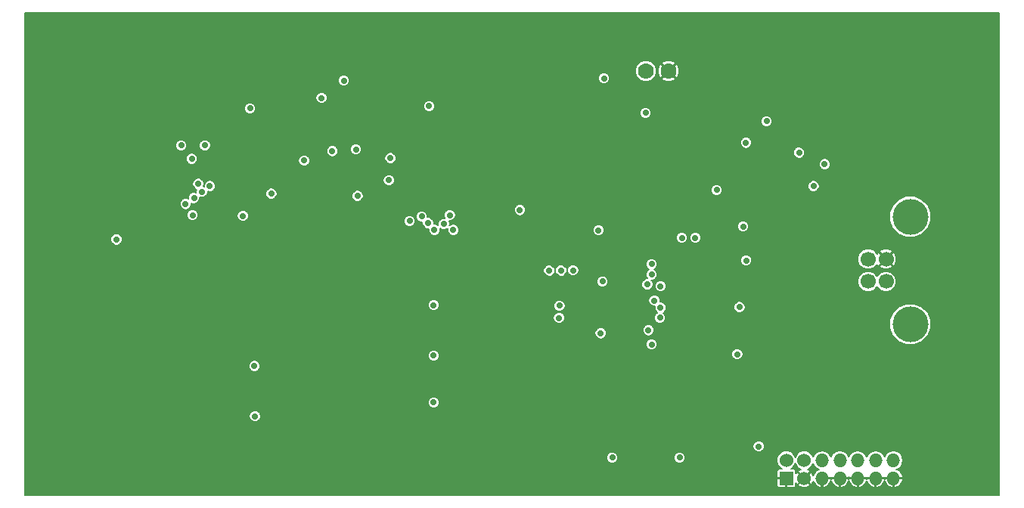
<source format=gbr>
G04 (created by PCBNEW (2013-jul-07)-stable) date Пт. 06 марта 2015 16:18:19*
%MOIN*%
G04 Gerber Fmt 3.4, Leading zero omitted, Abs format*
%FSLAX34Y34*%
G01*
G70*
G90*
G04 APERTURE LIST*
%ADD10C,0.00393701*%
%ADD11R,0.06X0.06*%
%ADD12C,0.06*%
%ADD13O,0.06X0.06*%
%ADD14C,0.07*%
%ADD15C,0.0669291*%
%ADD16C,0.15748*%
%ADD17C,0.19685*%
%ADD18C,0.0275591*%
%ADD19C,0.00787402*%
G04 APERTURE END LIST*
G54D10*
G54D11*
X69170Y-42372D03*
G54D12*
X69170Y-41585D03*
X69957Y-42372D03*
X69957Y-41585D03*
G54D13*
X70745Y-42372D03*
X70745Y-41585D03*
X71532Y-42372D03*
X71532Y-41585D03*
X72320Y-42372D03*
X72320Y-41585D03*
X73107Y-42372D03*
X73107Y-41585D03*
X73894Y-42372D03*
X73894Y-41585D03*
G54D14*
X62970Y-24415D03*
X63970Y-24415D03*
G54D15*
X72775Y-33700D03*
X72775Y-32716D03*
X73562Y-33700D03*
X73562Y-32716D03*
G54D16*
X74629Y-35578D03*
X74629Y-30838D03*
G54D17*
X76771Y-23622D03*
X76771Y-41338D03*
X37401Y-41338D03*
X37401Y-23622D03*
G54D18*
X43545Y-27700D03*
X51650Y-29230D03*
X64470Y-41465D03*
X53095Y-30830D03*
X51715Y-28255D03*
X61135Y-24740D03*
X50275Y-29921D03*
X43248Y-29389D03*
X53380Y-31125D03*
X67950Y-40970D03*
X64570Y-31770D03*
X67390Y-27585D03*
X63235Y-32935D03*
X43065Y-30015D03*
X65160Y-31770D03*
X68300Y-26635D03*
X63235Y-33390D03*
X43415Y-29745D03*
X54490Y-31425D03*
X53660Y-31425D03*
X54340Y-30775D03*
X54075Y-31165D03*
X45531Y-26062D03*
X42500Y-27696D03*
X43001Y-30777D03*
X45216Y-30807D03*
X43759Y-29488D03*
X49153Y-27952D03*
X47913Y-28366D03*
X46476Y-29822D03*
X50196Y-27874D03*
X53622Y-39035D03*
X53622Y-36968D03*
X62972Y-26259D03*
X45728Y-37421D03*
X53425Y-25964D03*
X53622Y-34744D03*
X57421Y-30551D03*
X45748Y-39645D03*
X70374Y-29488D03*
X59173Y-34763D03*
X60885Y-31437D03*
X61062Y-33700D03*
X66102Y-29665D03*
X60984Y-35984D03*
X67010Y-36910D03*
X67110Y-34825D03*
X67263Y-31279D03*
X67401Y-32775D03*
X52565Y-31030D03*
X61500Y-41465D03*
X63620Y-33905D03*
X42690Y-30285D03*
X52755Y-42913D03*
X53149Y-42913D03*
X53543Y-42913D03*
X53937Y-42913D03*
X54330Y-42913D03*
X54724Y-42913D03*
X55118Y-42913D03*
X55511Y-42913D03*
X55905Y-42913D03*
X56299Y-42913D03*
X56692Y-42913D03*
X57086Y-42913D03*
X57480Y-42913D03*
X57874Y-42913D03*
X58267Y-42913D03*
X58661Y-42913D03*
X59055Y-42913D03*
X59448Y-42913D03*
X59842Y-42913D03*
X60236Y-42913D03*
X60629Y-42913D03*
X61023Y-42913D03*
X61417Y-42913D03*
X61811Y-42913D03*
X62204Y-42913D03*
X62598Y-42913D03*
X62992Y-42913D03*
X63385Y-42913D03*
X63779Y-42913D03*
X64173Y-42913D03*
X64566Y-42913D03*
X64960Y-42913D03*
X65354Y-42913D03*
X65748Y-42913D03*
X66141Y-42913D03*
X66535Y-42913D03*
X66929Y-42913D03*
X67322Y-42913D03*
X67716Y-42913D03*
X68110Y-42913D03*
X68503Y-42913D03*
X49212Y-22047D03*
X49606Y-22047D03*
X50000Y-22047D03*
X50393Y-22047D03*
X50787Y-22047D03*
X51181Y-22047D03*
X51574Y-22047D03*
X51968Y-22047D03*
X52362Y-22047D03*
X52755Y-22047D03*
X53149Y-22047D03*
X53543Y-22047D03*
X53937Y-22047D03*
X54330Y-22047D03*
X54724Y-22047D03*
X55118Y-22047D03*
X55511Y-22047D03*
X55905Y-22047D03*
X56299Y-22047D03*
X56692Y-22047D03*
X57086Y-22047D03*
X57480Y-22047D03*
X57874Y-22047D03*
X58267Y-22047D03*
X58661Y-22047D03*
X59055Y-22047D03*
X59448Y-22047D03*
X59842Y-22047D03*
X60236Y-22047D03*
X60629Y-22047D03*
X61023Y-22047D03*
X61417Y-22047D03*
X61811Y-22047D03*
X62204Y-22047D03*
X62598Y-22047D03*
X62992Y-22047D03*
X63385Y-22047D03*
X63779Y-22047D03*
X64173Y-22047D03*
X64566Y-22047D03*
X64960Y-22047D03*
X65354Y-22047D03*
X65748Y-22047D03*
X66141Y-22047D03*
X66535Y-22047D03*
X66929Y-22047D03*
X67322Y-22047D03*
X67716Y-22047D03*
X68110Y-22047D03*
X68503Y-22047D03*
X68897Y-22047D03*
X69291Y-22047D03*
X69685Y-22047D03*
X70078Y-22047D03*
X70472Y-22047D03*
X70866Y-22047D03*
X71259Y-22047D03*
X71653Y-22047D03*
X72047Y-22047D03*
X72440Y-22047D03*
X72834Y-22047D03*
X73228Y-22047D03*
X73622Y-22047D03*
X74015Y-22047D03*
X74409Y-22047D03*
X74803Y-22047D03*
X75196Y-22047D03*
X75590Y-22047D03*
X75984Y-22047D03*
X76377Y-22047D03*
X76771Y-22047D03*
X77165Y-22047D03*
X77559Y-22047D03*
X77952Y-22047D03*
X78346Y-22047D03*
X78346Y-22440D03*
X78346Y-22834D03*
X78346Y-23228D03*
X78346Y-23622D03*
X78346Y-24015D03*
X78346Y-24409D03*
X78346Y-24803D03*
X78346Y-25196D03*
X78346Y-25590D03*
X78346Y-25984D03*
X78346Y-26377D03*
X78346Y-26771D03*
X78346Y-27165D03*
X78346Y-27559D03*
X78346Y-27952D03*
X78346Y-28346D03*
X78346Y-28740D03*
X78346Y-29133D03*
X78346Y-29527D03*
X78346Y-29921D03*
X78346Y-30314D03*
X78346Y-30708D03*
X78346Y-31102D03*
X78346Y-31496D03*
X78346Y-31889D03*
X78346Y-32283D03*
X78346Y-32677D03*
X78346Y-33070D03*
X78346Y-33464D03*
X78346Y-33858D03*
X78346Y-34251D03*
X78346Y-34645D03*
X78346Y-35039D03*
X78346Y-35433D03*
X78346Y-35826D03*
X78346Y-36220D03*
X78346Y-36614D03*
X78346Y-37007D03*
X78346Y-37401D03*
X78346Y-37795D03*
X78346Y-38188D03*
X78346Y-38582D03*
X78346Y-38976D03*
X78346Y-39370D03*
X78346Y-39763D03*
X78346Y-40157D03*
X78346Y-40944D03*
X78346Y-40551D03*
X78346Y-41338D03*
X78346Y-41732D03*
X78346Y-42125D03*
X78346Y-42519D03*
X78346Y-42913D03*
X77952Y-42913D03*
X77559Y-42913D03*
X77165Y-42913D03*
X76771Y-42913D03*
X76377Y-42913D03*
X75984Y-42913D03*
X75590Y-42913D03*
X75196Y-42913D03*
X74803Y-42913D03*
X74409Y-42913D03*
X74015Y-42913D03*
X73622Y-42913D03*
X73228Y-42913D03*
X72834Y-42913D03*
X72440Y-42913D03*
X72047Y-42913D03*
X71653Y-42913D03*
X71259Y-42913D03*
X70866Y-42913D03*
X70472Y-42913D03*
X70078Y-42913D03*
X69685Y-42913D03*
X69291Y-42913D03*
X68897Y-42913D03*
X54330Y-26033D03*
X73307Y-39311D03*
X70807Y-39311D03*
X60039Y-30511D03*
X60433Y-29921D03*
X60433Y-29133D03*
X59448Y-29133D03*
X59448Y-29921D03*
X63681Y-37874D03*
X63031Y-38543D03*
X56929Y-34251D03*
X56929Y-32952D03*
X57677Y-35039D03*
X57677Y-34251D03*
X57480Y-32677D03*
X57480Y-31889D03*
X53405Y-28326D03*
X69232Y-29527D03*
X42244Y-38740D03*
X42637Y-39173D03*
X41850Y-39173D03*
X43897Y-40610D03*
X44527Y-40610D03*
X45157Y-40610D03*
X45728Y-40196D03*
X43444Y-40196D03*
X43444Y-37972D03*
X45728Y-37972D03*
X45157Y-38385D03*
X44527Y-38385D03*
X43897Y-38385D03*
X43996Y-24409D03*
X44488Y-24409D03*
X42027Y-24409D03*
X42519Y-24409D03*
X43011Y-24409D03*
X43602Y-24409D03*
X46161Y-24409D03*
X45669Y-24409D03*
X45078Y-24409D03*
X44980Y-25295D03*
X42519Y-26279D03*
X44468Y-25295D03*
X44488Y-25925D03*
X42519Y-25295D03*
X43011Y-25295D03*
X43503Y-25295D03*
X43996Y-25295D03*
X42519Y-26771D03*
X41692Y-24350D03*
X40984Y-24350D03*
X41732Y-25925D03*
X41535Y-25728D03*
X41318Y-25511D03*
X48061Y-27913D03*
X48267Y-28799D03*
X46230Y-26437D03*
X48228Y-26771D03*
X47834Y-26771D03*
X47440Y-26771D03*
X47047Y-26574D03*
X46653Y-26377D03*
X44094Y-32283D03*
X43700Y-32283D03*
X43307Y-32283D03*
X43307Y-32677D03*
X43700Y-32677D03*
X44094Y-32677D03*
X44685Y-32677D03*
X45275Y-32677D03*
X45866Y-31889D03*
X46456Y-31889D03*
X46456Y-32283D03*
X45866Y-32283D03*
X45846Y-31377D03*
X46456Y-32677D03*
X45866Y-32677D03*
X43307Y-31889D03*
X43641Y-31417D03*
X44094Y-31889D03*
X43700Y-31889D03*
X40305Y-28740D03*
X40305Y-28464D03*
X40354Y-30511D03*
X40354Y-29724D03*
X40354Y-27362D03*
X40305Y-28188D03*
X41929Y-26771D03*
X41929Y-26181D03*
X41141Y-26181D03*
X41141Y-26771D03*
X40354Y-26771D03*
X51023Y-40944D03*
X47244Y-42913D03*
X46850Y-42913D03*
X46456Y-42913D03*
X46062Y-42913D03*
X45669Y-42913D03*
X45275Y-42913D03*
X44881Y-42913D03*
X44488Y-42913D03*
X44094Y-42913D03*
X43700Y-42913D03*
X43307Y-42913D03*
X42913Y-42913D03*
X42519Y-42913D03*
X42125Y-42913D03*
X41732Y-42913D03*
X41338Y-42913D03*
X40944Y-42913D03*
X40551Y-42913D03*
X40157Y-42913D03*
X39763Y-42913D03*
X39370Y-42913D03*
X38976Y-42913D03*
X38582Y-42913D03*
X38188Y-42913D03*
X37795Y-42913D03*
X37401Y-42913D03*
X37007Y-42913D03*
X36614Y-42913D03*
X36220Y-42913D03*
X35826Y-42913D03*
X35826Y-42519D03*
X35826Y-42125D03*
X35826Y-41732D03*
X35826Y-41338D03*
X35826Y-40944D03*
X35826Y-40551D03*
X35826Y-40157D03*
X35826Y-39763D03*
X35826Y-39370D03*
X35826Y-38976D03*
X35826Y-38582D03*
X35826Y-38188D03*
X35826Y-37795D03*
X35826Y-37401D03*
X35826Y-37007D03*
X35826Y-36614D03*
X35826Y-36220D03*
X35826Y-35826D03*
X35826Y-35433D03*
X35826Y-35039D03*
X35826Y-34645D03*
X35826Y-34251D03*
X35826Y-33858D03*
X35826Y-33464D03*
X35826Y-33070D03*
X35826Y-32677D03*
X35826Y-32283D03*
X35826Y-31889D03*
X35826Y-31496D03*
X35826Y-31102D03*
X35826Y-30708D03*
X35826Y-30314D03*
X35826Y-29921D03*
X35826Y-29527D03*
X35826Y-29133D03*
X35826Y-28740D03*
X35826Y-28346D03*
X35826Y-27952D03*
X35826Y-27559D03*
X35826Y-27165D03*
X35826Y-26771D03*
X35826Y-26377D03*
X35826Y-25984D03*
X35826Y-25590D03*
X35826Y-25196D03*
X35826Y-24803D03*
X35826Y-24409D03*
X35826Y-24015D03*
X35826Y-23622D03*
X35826Y-23228D03*
X35826Y-22834D03*
X35826Y-22440D03*
X35826Y-22047D03*
X36220Y-22047D03*
X36614Y-22047D03*
X37007Y-22047D03*
X37401Y-22047D03*
X37795Y-22047D03*
X38188Y-22047D03*
X38582Y-22047D03*
X44207Y-28855D03*
X44444Y-28855D03*
X44700Y-28855D03*
X44936Y-28855D03*
X45172Y-28855D03*
X45172Y-28088D03*
X44936Y-28088D03*
X44700Y-28088D03*
X44444Y-28088D03*
X44207Y-28088D03*
X44207Y-28344D03*
X44444Y-28344D03*
X44444Y-28600D03*
X44207Y-28600D03*
X44700Y-28344D03*
X44936Y-28344D03*
X45172Y-28344D03*
X45172Y-28600D03*
X44936Y-28600D03*
X44700Y-28600D03*
X61811Y-35425D03*
X63090Y-35452D03*
X62854Y-31673D03*
X62854Y-32185D03*
X75039Y-28582D03*
X74212Y-28582D03*
X67519Y-28129D03*
X67125Y-28129D03*
X66614Y-28129D03*
X66535Y-27303D03*
X63740Y-26299D03*
X65472Y-32440D03*
X65472Y-32933D03*
X65472Y-33425D03*
X65472Y-34429D03*
X68622Y-34960D03*
X68110Y-34271D03*
X71161Y-39803D03*
X72992Y-39803D03*
X46476Y-33267D03*
X45846Y-33267D03*
X45216Y-33267D03*
X44842Y-33622D03*
X42460Y-34370D03*
X42165Y-34370D03*
X42165Y-36397D03*
X42460Y-36397D03*
X66594Y-37736D03*
X66633Y-35826D03*
X53149Y-36023D03*
X53149Y-36417D03*
X67913Y-37893D03*
X67913Y-37106D03*
X67913Y-36318D03*
X67913Y-35925D03*
X67913Y-36712D03*
X67913Y-37500D03*
X67913Y-38287D03*
X65236Y-36141D03*
X62913Y-34429D03*
X60393Y-33287D03*
X47578Y-22834D03*
X47578Y-22539D03*
X47578Y-22244D03*
X47578Y-21948D03*
X48759Y-24015D03*
X48759Y-23720D03*
X48759Y-23425D03*
X48759Y-23129D03*
X48759Y-22834D03*
X48759Y-22539D03*
X48759Y-22244D03*
X48759Y-21948D03*
X48464Y-24015D03*
X48169Y-24015D03*
X47874Y-24015D03*
X47578Y-24015D03*
X47578Y-23720D03*
X47578Y-23425D03*
X47578Y-23129D03*
X44192Y-23129D03*
X44192Y-23425D03*
X44192Y-23720D03*
X44192Y-24015D03*
X44488Y-24015D03*
X44783Y-24015D03*
X45078Y-24015D03*
X45374Y-21948D03*
X45374Y-22244D03*
X45374Y-22539D03*
X45374Y-22834D03*
X45374Y-23129D03*
X45374Y-23425D03*
X45374Y-23720D03*
X45374Y-24015D03*
X44192Y-21948D03*
X44192Y-22244D03*
X44192Y-22539D03*
X44192Y-22834D03*
X43602Y-21948D03*
X43602Y-22244D03*
X43602Y-22539D03*
X43602Y-22834D03*
X43602Y-23129D03*
X43602Y-23425D03*
X43602Y-23720D03*
X43602Y-24015D03*
X43307Y-24015D03*
X43011Y-24015D03*
X42716Y-24015D03*
X42421Y-24015D03*
X42421Y-23720D03*
X42421Y-23425D03*
X42421Y-23129D03*
X42421Y-21948D03*
X42421Y-22244D03*
X42421Y-22539D03*
X42421Y-22834D03*
X39074Y-23129D03*
X39074Y-23425D03*
X39074Y-23720D03*
X39074Y-24015D03*
X40255Y-21948D03*
X40255Y-22244D03*
X40255Y-22539D03*
X40255Y-22834D03*
X40255Y-23129D03*
X40255Y-23425D03*
X40255Y-23720D03*
X40255Y-24015D03*
X39960Y-24015D03*
X39665Y-24015D03*
X39370Y-24015D03*
X39074Y-21948D03*
X39074Y-22244D03*
X39074Y-22539D03*
X39074Y-22834D03*
X47677Y-43011D03*
X47677Y-42716D03*
X47677Y-42421D03*
X51023Y-43011D03*
X51023Y-42716D03*
X51023Y-42421D03*
X51318Y-40944D03*
X51614Y-40944D03*
X51909Y-40944D03*
X52204Y-40944D03*
X51023Y-41240D03*
X51023Y-41535D03*
X51023Y-41830D03*
X51023Y-42125D03*
X52204Y-41240D03*
X52204Y-43011D03*
X52204Y-42716D03*
X52204Y-42421D03*
X52204Y-42125D03*
X52204Y-41830D03*
X52204Y-41535D03*
X47677Y-41535D03*
X47677Y-41240D03*
X47677Y-40944D03*
X47972Y-40944D03*
X48267Y-40944D03*
X48562Y-40944D03*
X48858Y-40944D03*
X47677Y-41830D03*
X47677Y-42125D03*
X48858Y-43011D03*
X48858Y-42716D03*
X48858Y-42421D03*
X48858Y-42125D03*
X48858Y-41830D03*
X48858Y-41535D03*
X48858Y-41240D03*
X49606Y-32677D03*
X49212Y-32874D03*
X49606Y-32283D03*
X48228Y-32283D03*
X48425Y-32874D03*
X48818Y-32874D03*
X48228Y-32677D03*
X48228Y-31889D03*
X49724Y-27874D03*
X49350Y-28307D03*
X51535Y-31003D03*
X52500Y-31653D03*
X53051Y-34015D03*
X54763Y-29822D03*
X54173Y-26377D03*
X53937Y-25964D03*
X42637Y-37972D03*
X41850Y-37972D03*
X42244Y-38405D03*
X40688Y-38110D03*
X41181Y-39055D03*
X40688Y-39055D03*
X44153Y-31417D03*
X43897Y-31417D03*
X50610Y-25925D03*
X50610Y-25629D03*
X50610Y-26555D03*
X50610Y-26240D03*
X50610Y-26929D03*
X50610Y-25295D03*
X50196Y-24842D03*
X48681Y-26161D03*
X48287Y-26476D03*
X47244Y-26161D03*
X47657Y-26476D03*
X43444Y-26122D03*
X43582Y-26358D03*
X41692Y-29094D03*
X41751Y-27775D03*
X41555Y-28740D03*
X41555Y-28464D03*
X41555Y-28188D03*
X46062Y-26082D03*
X46240Y-26811D03*
X46929Y-27785D03*
X47706Y-27795D03*
X46505Y-31397D03*
X46791Y-31397D03*
X46240Y-31397D03*
X45511Y-31555D03*
X43188Y-31417D03*
X42736Y-31653D03*
X42381Y-32007D03*
X41751Y-32007D03*
X41122Y-32007D03*
X40492Y-32007D03*
X49345Y-28840D03*
X49755Y-29275D03*
X53095Y-33275D03*
X42972Y-28287D03*
X48681Y-25610D03*
X70860Y-28525D03*
X63230Y-36475D03*
X63085Y-35850D03*
X69735Y-28020D03*
X59150Y-35305D03*
X63605Y-35295D03*
X39645Y-31850D03*
X49665Y-24842D03*
X63350Y-34545D03*
X59245Y-33220D03*
X58715Y-33220D03*
X63625Y-34855D03*
X59775Y-33210D03*
X63045Y-33825D03*
G54D10*
G36*
X78547Y-43113D02*
X75535Y-43113D01*
X75535Y-35399D01*
X75535Y-30659D01*
X75398Y-30326D01*
X75143Y-30071D01*
X74810Y-29933D01*
X74450Y-29932D01*
X74117Y-30070D01*
X73862Y-30324D01*
X73724Y-30657D01*
X73724Y-31017D01*
X73861Y-31350D01*
X74116Y-31605D01*
X74449Y-31743D01*
X74809Y-31744D01*
X75142Y-31606D01*
X75397Y-31352D01*
X75535Y-31019D01*
X75535Y-30659D01*
X75535Y-35399D01*
X75398Y-35066D01*
X75143Y-34811D01*
X74810Y-34673D01*
X74450Y-34673D01*
X74117Y-34810D01*
X74016Y-34912D01*
X74016Y-32805D01*
X74015Y-32624D01*
X73947Y-32461D01*
X73882Y-32425D01*
X73854Y-32453D01*
X73854Y-32397D01*
X73818Y-32331D01*
X73651Y-32263D01*
X73471Y-32264D01*
X73307Y-32331D01*
X73271Y-32397D01*
X73562Y-32688D01*
X73854Y-32397D01*
X73854Y-32453D01*
X73590Y-32716D01*
X73882Y-33007D01*
X73947Y-32971D01*
X74016Y-32805D01*
X74016Y-34912D01*
X74015Y-34912D01*
X74015Y-33611D01*
X73947Y-33444D01*
X73854Y-33351D01*
X73854Y-33035D01*
X73562Y-32744D01*
X73535Y-32772D01*
X73535Y-32716D01*
X73243Y-32425D01*
X73178Y-32461D01*
X73169Y-32483D01*
X73159Y-32460D01*
X73032Y-32332D01*
X72866Y-32263D01*
X72685Y-32263D01*
X72519Y-32332D01*
X72391Y-32459D01*
X72322Y-32626D01*
X72322Y-32806D01*
X72391Y-32972D01*
X72518Y-33100D01*
X72685Y-33169D01*
X72865Y-33169D01*
X73031Y-33100D01*
X73159Y-32973D01*
X73169Y-32949D01*
X73178Y-32971D01*
X73243Y-33007D01*
X73535Y-32716D01*
X73535Y-32772D01*
X73271Y-33035D01*
X73307Y-33101D01*
X73474Y-33169D01*
X73654Y-33168D01*
X73818Y-33101D01*
X73854Y-33035D01*
X73854Y-33351D01*
X73819Y-33317D01*
X73653Y-33248D01*
X73473Y-33247D01*
X73306Y-33316D01*
X73179Y-33443D01*
X73169Y-33468D01*
X73159Y-33444D01*
X73032Y-33317D01*
X72866Y-33248D01*
X72685Y-33247D01*
X72519Y-33316D01*
X72391Y-33443D01*
X72322Y-33610D01*
X72322Y-33790D01*
X72391Y-33956D01*
X72518Y-34084D01*
X72685Y-34153D01*
X72865Y-34153D01*
X73031Y-34084D01*
X73159Y-33957D01*
X73169Y-33933D01*
X73178Y-33956D01*
X73306Y-34084D01*
X73472Y-34153D01*
X73652Y-34153D01*
X73819Y-34084D01*
X73946Y-33957D01*
X74015Y-33791D01*
X74015Y-33611D01*
X74015Y-34912D01*
X73862Y-35065D01*
X73724Y-35397D01*
X73724Y-35758D01*
X73861Y-36091D01*
X74116Y-36345D01*
X74449Y-36484D01*
X74809Y-36484D01*
X75142Y-36346D01*
X75397Y-36092D01*
X75535Y-35759D01*
X75535Y-35399D01*
X75535Y-43113D01*
X74320Y-43113D01*
X74320Y-41585D01*
X74288Y-41424D01*
X74197Y-41289D01*
X74062Y-41198D01*
X73902Y-41166D01*
X73885Y-41166D01*
X73725Y-41198D01*
X73590Y-41289D01*
X73500Y-41423D01*
X73410Y-41289D01*
X73275Y-41198D01*
X73115Y-41166D01*
X73098Y-41166D01*
X72938Y-41198D01*
X72803Y-41289D01*
X72713Y-41423D01*
X72623Y-41289D01*
X72488Y-41198D01*
X72328Y-41166D01*
X72311Y-41166D01*
X72151Y-41198D01*
X72016Y-41289D01*
X71926Y-41424D01*
X71835Y-41289D01*
X71700Y-41198D01*
X71540Y-41166D01*
X71523Y-41166D01*
X71363Y-41198D01*
X71228Y-41289D01*
X71138Y-41423D01*
X71115Y-41389D01*
X71115Y-28474D01*
X71077Y-28380D01*
X71005Y-28308D01*
X70911Y-28269D01*
X70809Y-28269D01*
X70715Y-28307D01*
X70643Y-28379D01*
X70604Y-28473D01*
X70604Y-28575D01*
X70642Y-28669D01*
X70714Y-28741D01*
X70808Y-28780D01*
X70910Y-28780D01*
X71004Y-28742D01*
X71076Y-28670D01*
X71115Y-28576D01*
X71115Y-28474D01*
X71115Y-41389D01*
X71048Y-41289D01*
X70913Y-41198D01*
X70753Y-41166D01*
X70736Y-41166D01*
X70629Y-41188D01*
X70629Y-29437D01*
X70591Y-29343D01*
X70519Y-29271D01*
X70425Y-29232D01*
X70323Y-29232D01*
X70229Y-29271D01*
X70157Y-29343D01*
X70118Y-29437D01*
X70118Y-29538D01*
X70156Y-29632D01*
X70228Y-29705D01*
X70322Y-29744D01*
X70424Y-29744D01*
X70518Y-29705D01*
X70590Y-29633D01*
X70629Y-29539D01*
X70629Y-29437D01*
X70629Y-41188D01*
X70576Y-41198D01*
X70441Y-41289D01*
X70350Y-41424D01*
X70348Y-41436D01*
X70311Y-41348D01*
X70194Y-41230D01*
X70040Y-41166D01*
X69990Y-41166D01*
X69990Y-27969D01*
X69952Y-27875D01*
X69880Y-27803D01*
X69786Y-27764D01*
X69684Y-27764D01*
X69590Y-27802D01*
X69518Y-27874D01*
X69479Y-27968D01*
X69479Y-28070D01*
X69517Y-28164D01*
X69589Y-28236D01*
X69683Y-28275D01*
X69785Y-28275D01*
X69879Y-28237D01*
X69951Y-28165D01*
X69990Y-28071D01*
X69990Y-27969D01*
X69990Y-41166D01*
X69874Y-41166D01*
X69720Y-41230D01*
X69602Y-41347D01*
X69563Y-41442D01*
X69524Y-41348D01*
X69407Y-41230D01*
X69253Y-41166D01*
X69087Y-41166D01*
X68933Y-41230D01*
X68815Y-41347D01*
X68751Y-41501D01*
X68751Y-41667D01*
X68815Y-41821D01*
X68932Y-41939D01*
X68968Y-41953D01*
X68846Y-41953D01*
X68803Y-41971D01*
X68769Y-42005D01*
X68751Y-42048D01*
X68751Y-42095D01*
X68751Y-42322D01*
X68781Y-42352D01*
X69150Y-42352D01*
X69150Y-42344D01*
X69189Y-42344D01*
X69189Y-42352D01*
X69197Y-42352D01*
X69197Y-42391D01*
X69189Y-42391D01*
X69189Y-42760D01*
X69219Y-42790D01*
X69493Y-42790D01*
X69536Y-42772D01*
X69570Y-42738D01*
X69588Y-42695D01*
X69588Y-42648D01*
X69588Y-42575D01*
X69600Y-42606D01*
X69662Y-42638D01*
X69929Y-42372D01*
X69662Y-42105D01*
X69600Y-42137D01*
X69588Y-42169D01*
X69588Y-42095D01*
X69588Y-42048D01*
X69570Y-42005D01*
X69536Y-41971D01*
X69493Y-41953D01*
X69372Y-41953D01*
X69406Y-41939D01*
X69524Y-41822D01*
X69563Y-41727D01*
X69602Y-41821D01*
X69719Y-41939D01*
X69813Y-41978D01*
X69722Y-42015D01*
X69690Y-42077D01*
X69957Y-42344D01*
X70223Y-42077D01*
X70191Y-42015D01*
X70099Y-41978D01*
X70193Y-41939D01*
X70311Y-41822D01*
X70348Y-41733D01*
X70350Y-41745D01*
X70441Y-41880D01*
X70576Y-41971D01*
X70619Y-41979D01*
X70509Y-42026D01*
X70395Y-42142D01*
X70355Y-42239D01*
X70313Y-42137D01*
X70251Y-42105D01*
X69984Y-42372D01*
X70251Y-42638D01*
X70313Y-42606D01*
X70354Y-42503D01*
X70395Y-42601D01*
X70509Y-42717D01*
X70660Y-42781D01*
X70725Y-42760D01*
X70725Y-42391D01*
X70717Y-42391D01*
X70717Y-42352D01*
X70725Y-42352D01*
X70725Y-42344D01*
X70764Y-42344D01*
X70764Y-42352D01*
X71133Y-42352D01*
X71138Y-42335D01*
X71143Y-42352D01*
X71512Y-42352D01*
X71512Y-42344D01*
X71551Y-42344D01*
X71551Y-42352D01*
X71920Y-42352D01*
X71926Y-42334D01*
X71931Y-42352D01*
X72300Y-42352D01*
X72300Y-42344D01*
X72339Y-42344D01*
X72339Y-42352D01*
X72708Y-42352D01*
X72713Y-42335D01*
X72718Y-42352D01*
X73087Y-42352D01*
X73087Y-42344D01*
X73126Y-42344D01*
X73126Y-42352D01*
X73495Y-42352D01*
X73500Y-42335D01*
X73505Y-42352D01*
X73874Y-42352D01*
X73874Y-42344D01*
X73913Y-42344D01*
X73913Y-42352D01*
X74282Y-42352D01*
X74303Y-42287D01*
X74243Y-42142D01*
X74129Y-42026D01*
X74019Y-41979D01*
X74062Y-41971D01*
X74197Y-41880D01*
X74288Y-41745D01*
X74320Y-41585D01*
X74320Y-43113D01*
X74303Y-43113D01*
X74303Y-42456D01*
X74282Y-42391D01*
X73913Y-42391D01*
X73913Y-42760D01*
X73978Y-42781D01*
X74129Y-42717D01*
X74243Y-42601D01*
X74303Y-42456D01*
X74303Y-43113D01*
X73874Y-43113D01*
X73874Y-42760D01*
X73874Y-42391D01*
X73505Y-42391D01*
X73500Y-42408D01*
X73495Y-42391D01*
X73126Y-42391D01*
X73126Y-42760D01*
X73191Y-42781D01*
X73342Y-42717D01*
X73456Y-42601D01*
X73500Y-42495D01*
X73544Y-42601D01*
X73658Y-42717D01*
X73809Y-42781D01*
X73874Y-42760D01*
X73874Y-43113D01*
X73087Y-43113D01*
X73087Y-42760D01*
X73087Y-42391D01*
X72718Y-42391D01*
X72713Y-42408D01*
X72708Y-42391D01*
X72339Y-42391D01*
X72339Y-42760D01*
X72404Y-42781D01*
X72555Y-42717D01*
X72669Y-42601D01*
X72713Y-42495D01*
X72757Y-42601D01*
X72871Y-42717D01*
X73022Y-42781D01*
X73087Y-42760D01*
X73087Y-43113D01*
X72300Y-43113D01*
X72300Y-42760D01*
X72300Y-42391D01*
X71931Y-42391D01*
X71926Y-42409D01*
X71920Y-42391D01*
X71551Y-42391D01*
X71551Y-42760D01*
X71616Y-42781D01*
X71767Y-42717D01*
X71881Y-42601D01*
X71926Y-42494D01*
X71970Y-42601D01*
X72084Y-42717D01*
X72235Y-42781D01*
X72300Y-42760D01*
X72300Y-43113D01*
X71512Y-43113D01*
X71512Y-42760D01*
X71512Y-42391D01*
X71143Y-42391D01*
X71138Y-42408D01*
X71133Y-42391D01*
X70764Y-42391D01*
X70764Y-42760D01*
X70829Y-42781D01*
X70980Y-42717D01*
X71094Y-42601D01*
X71138Y-42495D01*
X71182Y-42601D01*
X71296Y-42717D01*
X71447Y-42781D01*
X71512Y-42760D01*
X71512Y-43113D01*
X70223Y-43113D01*
X70223Y-42666D01*
X69957Y-42399D01*
X69690Y-42666D01*
X69722Y-42728D01*
X69876Y-42790D01*
X70043Y-42789D01*
X70191Y-42728D01*
X70223Y-42666D01*
X70223Y-43113D01*
X69150Y-43113D01*
X69150Y-42760D01*
X69150Y-42391D01*
X68781Y-42391D01*
X68751Y-42421D01*
X68751Y-42648D01*
X68751Y-42695D01*
X68769Y-42738D01*
X68803Y-42772D01*
X68846Y-42790D01*
X69120Y-42790D01*
X69150Y-42760D01*
X69150Y-43113D01*
X68555Y-43113D01*
X68555Y-26584D01*
X68517Y-26490D01*
X68445Y-26418D01*
X68351Y-26379D01*
X68249Y-26379D01*
X68155Y-26417D01*
X68083Y-26489D01*
X68044Y-26583D01*
X68044Y-26685D01*
X68082Y-26779D01*
X68154Y-26851D01*
X68248Y-26890D01*
X68350Y-26890D01*
X68444Y-26852D01*
X68516Y-26780D01*
X68555Y-26686D01*
X68555Y-26584D01*
X68555Y-43113D01*
X68205Y-43113D01*
X68205Y-40919D01*
X68167Y-40825D01*
X68095Y-40753D01*
X68001Y-40714D01*
X67899Y-40714D01*
X67805Y-40752D01*
X67733Y-40824D01*
X67694Y-40918D01*
X67694Y-41020D01*
X67732Y-41114D01*
X67804Y-41186D01*
X67898Y-41225D01*
X68000Y-41225D01*
X68094Y-41187D01*
X68166Y-41115D01*
X68205Y-41021D01*
X68205Y-40919D01*
X68205Y-43113D01*
X67657Y-43113D01*
X67657Y-32724D01*
X67645Y-32696D01*
X67645Y-27534D01*
X67607Y-27440D01*
X67535Y-27368D01*
X67441Y-27329D01*
X67339Y-27329D01*
X67245Y-27367D01*
X67173Y-27439D01*
X67134Y-27533D01*
X67134Y-27635D01*
X67172Y-27729D01*
X67244Y-27801D01*
X67338Y-27840D01*
X67440Y-27840D01*
X67534Y-27802D01*
X67606Y-27730D01*
X67645Y-27636D01*
X67645Y-27534D01*
X67645Y-32696D01*
X67618Y-32630D01*
X67546Y-32558D01*
X67519Y-32547D01*
X67519Y-31228D01*
X67480Y-31134D01*
X67408Y-31062D01*
X67314Y-31023D01*
X67213Y-31023D01*
X67119Y-31062D01*
X67046Y-31134D01*
X67007Y-31228D01*
X67007Y-31330D01*
X67046Y-31424D01*
X67118Y-31496D01*
X67212Y-31535D01*
X67314Y-31535D01*
X67408Y-31496D01*
X67480Y-31424D01*
X67519Y-31330D01*
X67519Y-31228D01*
X67519Y-32547D01*
X67452Y-32519D01*
X67350Y-32519D01*
X67256Y-32558D01*
X67184Y-32630D01*
X67145Y-32724D01*
X67145Y-32826D01*
X67184Y-32920D01*
X67256Y-32992D01*
X67350Y-33031D01*
X67452Y-33031D01*
X67546Y-32992D01*
X67618Y-32920D01*
X67657Y-32826D01*
X67657Y-32724D01*
X67657Y-43113D01*
X67365Y-43113D01*
X67365Y-34774D01*
X67327Y-34680D01*
X67255Y-34608D01*
X67161Y-34569D01*
X67059Y-34569D01*
X66965Y-34607D01*
X66893Y-34679D01*
X66854Y-34773D01*
X66854Y-34875D01*
X66892Y-34969D01*
X66964Y-35041D01*
X67058Y-35080D01*
X67160Y-35080D01*
X67254Y-35042D01*
X67326Y-34970D01*
X67365Y-34876D01*
X67365Y-34774D01*
X67365Y-43113D01*
X67265Y-43113D01*
X67265Y-36859D01*
X67227Y-36765D01*
X67155Y-36693D01*
X67061Y-36654D01*
X66959Y-36654D01*
X66865Y-36692D01*
X66793Y-36764D01*
X66754Y-36858D01*
X66754Y-36960D01*
X66792Y-37054D01*
X66864Y-37126D01*
X66958Y-37165D01*
X67060Y-37165D01*
X67154Y-37127D01*
X67226Y-37055D01*
X67265Y-36961D01*
X67265Y-36859D01*
X67265Y-43113D01*
X66358Y-43113D01*
X66358Y-29614D01*
X66319Y-29520D01*
X66247Y-29448D01*
X66153Y-29409D01*
X66051Y-29409D01*
X65957Y-29448D01*
X65885Y-29520D01*
X65846Y-29614D01*
X65846Y-29716D01*
X65885Y-29810D01*
X65957Y-29882D01*
X66051Y-29921D01*
X66153Y-29921D01*
X66247Y-29882D01*
X66319Y-29810D01*
X66358Y-29716D01*
X66358Y-29614D01*
X66358Y-43113D01*
X65415Y-43113D01*
X65415Y-31719D01*
X65377Y-31625D01*
X65305Y-31553D01*
X65211Y-31514D01*
X65109Y-31514D01*
X65015Y-31552D01*
X64943Y-31624D01*
X64904Y-31718D01*
X64904Y-31820D01*
X64942Y-31914D01*
X65014Y-31986D01*
X65108Y-32025D01*
X65210Y-32025D01*
X65304Y-31987D01*
X65376Y-31915D01*
X65415Y-31821D01*
X65415Y-31719D01*
X65415Y-43113D01*
X64825Y-43113D01*
X64825Y-31719D01*
X64787Y-31625D01*
X64715Y-31553D01*
X64621Y-31514D01*
X64519Y-31514D01*
X64438Y-31547D01*
X64438Y-24507D01*
X64437Y-24320D01*
X64367Y-24150D01*
X64300Y-24112D01*
X64272Y-24140D01*
X64272Y-24084D01*
X64234Y-24017D01*
X64062Y-23946D01*
X63875Y-23947D01*
X63705Y-24017D01*
X63667Y-24084D01*
X63970Y-24387D01*
X64272Y-24084D01*
X64272Y-24140D01*
X63997Y-24415D01*
X64300Y-24717D01*
X64367Y-24679D01*
X64438Y-24507D01*
X64438Y-31547D01*
X64425Y-31552D01*
X64353Y-31624D01*
X64314Y-31718D01*
X64314Y-31820D01*
X64352Y-31914D01*
X64424Y-31986D01*
X64518Y-32025D01*
X64620Y-32025D01*
X64714Y-31987D01*
X64786Y-31915D01*
X64825Y-31821D01*
X64825Y-31719D01*
X64825Y-43113D01*
X64725Y-43113D01*
X64725Y-41414D01*
X64687Y-41320D01*
X64615Y-41248D01*
X64521Y-41209D01*
X64419Y-41209D01*
X64325Y-41247D01*
X64272Y-41300D01*
X64272Y-24745D01*
X63970Y-24442D01*
X63942Y-24470D01*
X63942Y-24415D01*
X63639Y-24112D01*
X63572Y-24150D01*
X63501Y-24322D01*
X63502Y-24509D01*
X63572Y-24679D01*
X63639Y-24717D01*
X63942Y-24415D01*
X63942Y-24470D01*
X63667Y-24745D01*
X63705Y-24812D01*
X63877Y-24883D01*
X64064Y-24882D01*
X64234Y-24812D01*
X64272Y-24745D01*
X64272Y-41300D01*
X64253Y-41319D01*
X64214Y-41413D01*
X64214Y-41515D01*
X64252Y-41609D01*
X64324Y-41681D01*
X64418Y-41720D01*
X64520Y-41720D01*
X64614Y-41682D01*
X64686Y-41610D01*
X64725Y-41516D01*
X64725Y-41414D01*
X64725Y-43113D01*
X63880Y-43113D01*
X63880Y-34804D01*
X63875Y-34792D01*
X63875Y-33854D01*
X63837Y-33760D01*
X63765Y-33688D01*
X63671Y-33649D01*
X63569Y-33649D01*
X63490Y-33681D01*
X63490Y-33339D01*
X63452Y-33245D01*
X63380Y-33173D01*
X63354Y-33162D01*
X63379Y-33152D01*
X63451Y-33080D01*
X63490Y-32986D01*
X63490Y-32884D01*
X63452Y-32790D01*
X63438Y-32776D01*
X63438Y-24322D01*
X63367Y-24150D01*
X63235Y-24018D01*
X63063Y-23946D01*
X62877Y-23946D01*
X62705Y-24017D01*
X62573Y-24149D01*
X62501Y-24321D01*
X62501Y-24507D01*
X62572Y-24679D01*
X62704Y-24811D01*
X62876Y-24883D01*
X63062Y-24883D01*
X63234Y-24812D01*
X63366Y-24680D01*
X63438Y-24508D01*
X63438Y-24322D01*
X63438Y-32776D01*
X63380Y-32718D01*
X63286Y-32679D01*
X63228Y-32679D01*
X63228Y-26209D01*
X63189Y-26115D01*
X63117Y-26043D01*
X63023Y-26003D01*
X62921Y-26003D01*
X62827Y-26042D01*
X62755Y-26114D01*
X62716Y-26208D01*
X62716Y-26310D01*
X62755Y-26404D01*
X62827Y-26476D01*
X62921Y-26515D01*
X63023Y-26515D01*
X63117Y-26476D01*
X63189Y-26404D01*
X63228Y-26310D01*
X63228Y-26209D01*
X63228Y-32679D01*
X63184Y-32679D01*
X63090Y-32717D01*
X63018Y-32789D01*
X62979Y-32883D01*
X62979Y-32985D01*
X63017Y-33079D01*
X63089Y-33151D01*
X63115Y-33162D01*
X63090Y-33172D01*
X63018Y-33244D01*
X62979Y-33338D01*
X62979Y-33440D01*
X63017Y-33534D01*
X63052Y-33569D01*
X62994Y-33569D01*
X62900Y-33607D01*
X62828Y-33679D01*
X62789Y-33773D01*
X62789Y-33875D01*
X62827Y-33969D01*
X62899Y-34041D01*
X62993Y-34080D01*
X63095Y-34080D01*
X63189Y-34042D01*
X63261Y-33970D01*
X63300Y-33876D01*
X63300Y-33774D01*
X63262Y-33680D01*
X63227Y-33645D01*
X63285Y-33645D01*
X63379Y-33607D01*
X63451Y-33535D01*
X63490Y-33441D01*
X63490Y-33339D01*
X63490Y-33681D01*
X63475Y-33687D01*
X63403Y-33759D01*
X63364Y-33853D01*
X63364Y-33955D01*
X63402Y-34049D01*
X63474Y-34121D01*
X63568Y-34160D01*
X63670Y-34160D01*
X63764Y-34122D01*
X63836Y-34050D01*
X63875Y-33956D01*
X63875Y-33854D01*
X63875Y-34792D01*
X63842Y-34710D01*
X63770Y-34638D01*
X63676Y-34599D01*
X63604Y-34599D01*
X63605Y-34596D01*
X63605Y-34494D01*
X63567Y-34400D01*
X63495Y-34328D01*
X63401Y-34289D01*
X63299Y-34289D01*
X63205Y-34327D01*
X63133Y-34399D01*
X63094Y-34493D01*
X63094Y-34595D01*
X63132Y-34689D01*
X63204Y-34761D01*
X63298Y-34800D01*
X63370Y-34800D01*
X63369Y-34803D01*
X63369Y-34905D01*
X63407Y-34999D01*
X63478Y-35070D01*
X63460Y-35077D01*
X63388Y-35149D01*
X63349Y-35243D01*
X63349Y-35345D01*
X63387Y-35439D01*
X63459Y-35511D01*
X63553Y-35550D01*
X63655Y-35550D01*
X63749Y-35512D01*
X63821Y-35440D01*
X63860Y-35346D01*
X63860Y-35244D01*
X63822Y-35150D01*
X63751Y-35079D01*
X63769Y-35072D01*
X63841Y-35000D01*
X63880Y-34906D01*
X63880Y-34804D01*
X63880Y-43113D01*
X63485Y-43113D01*
X63485Y-36424D01*
X63447Y-36330D01*
X63375Y-36258D01*
X63340Y-36243D01*
X63340Y-35799D01*
X63302Y-35705D01*
X63230Y-35633D01*
X63136Y-35594D01*
X63034Y-35594D01*
X62940Y-35632D01*
X62868Y-35704D01*
X62829Y-35798D01*
X62829Y-35900D01*
X62867Y-35994D01*
X62939Y-36066D01*
X63033Y-36105D01*
X63135Y-36105D01*
X63229Y-36067D01*
X63301Y-35995D01*
X63340Y-35901D01*
X63340Y-35799D01*
X63340Y-36243D01*
X63281Y-36219D01*
X63179Y-36219D01*
X63085Y-36257D01*
X63013Y-36329D01*
X62974Y-36423D01*
X62974Y-36525D01*
X63012Y-36619D01*
X63084Y-36691D01*
X63178Y-36730D01*
X63280Y-36730D01*
X63374Y-36692D01*
X63446Y-36620D01*
X63485Y-36526D01*
X63485Y-36424D01*
X63485Y-43113D01*
X61755Y-43113D01*
X61755Y-41414D01*
X61717Y-41320D01*
X61645Y-41248D01*
X61551Y-41209D01*
X61449Y-41209D01*
X61390Y-41233D01*
X61390Y-24689D01*
X61352Y-24595D01*
X61280Y-24523D01*
X61186Y-24484D01*
X61084Y-24484D01*
X60990Y-24522D01*
X60918Y-24594D01*
X60879Y-24688D01*
X60879Y-24790D01*
X60917Y-24884D01*
X60989Y-24956D01*
X61083Y-24995D01*
X61185Y-24995D01*
X61279Y-24957D01*
X61351Y-24885D01*
X61390Y-24791D01*
X61390Y-24689D01*
X61390Y-41233D01*
X61355Y-41247D01*
X61318Y-41284D01*
X61318Y-33650D01*
X61280Y-33556D01*
X61208Y-33483D01*
X61141Y-33456D01*
X61141Y-31386D01*
X61102Y-31292D01*
X61030Y-31220D01*
X60936Y-31181D01*
X60835Y-31181D01*
X60741Y-31219D01*
X60669Y-31291D01*
X60629Y-31385D01*
X60629Y-31487D01*
X60668Y-31581D01*
X60740Y-31653D01*
X60834Y-31692D01*
X60936Y-31692D01*
X61030Y-31654D01*
X61102Y-31582D01*
X61141Y-31488D01*
X61141Y-31386D01*
X61141Y-33456D01*
X61114Y-33444D01*
X61012Y-33444D01*
X60918Y-33483D01*
X60846Y-33555D01*
X60807Y-33649D01*
X60807Y-33751D01*
X60845Y-33845D01*
X60917Y-33917D01*
X61011Y-33956D01*
X61113Y-33956D01*
X61207Y-33917D01*
X61279Y-33845D01*
X61318Y-33751D01*
X61318Y-33650D01*
X61318Y-41284D01*
X61283Y-41319D01*
X61244Y-41413D01*
X61244Y-41515D01*
X61282Y-41609D01*
X61354Y-41681D01*
X61448Y-41720D01*
X61550Y-41720D01*
X61644Y-41682D01*
X61716Y-41610D01*
X61755Y-41516D01*
X61755Y-41414D01*
X61755Y-43113D01*
X61240Y-43113D01*
X61240Y-35933D01*
X61201Y-35839D01*
X61129Y-35767D01*
X61035Y-35728D01*
X60933Y-35728D01*
X60839Y-35767D01*
X60767Y-35839D01*
X60728Y-35933D01*
X60728Y-36034D01*
X60767Y-36129D01*
X60839Y-36201D01*
X60933Y-36240D01*
X61034Y-36240D01*
X61129Y-36201D01*
X61201Y-36129D01*
X61240Y-36035D01*
X61240Y-35933D01*
X61240Y-43113D01*
X60030Y-43113D01*
X60030Y-33159D01*
X59992Y-33065D01*
X59920Y-32993D01*
X59826Y-32954D01*
X59724Y-32954D01*
X59630Y-32992D01*
X59558Y-33064D01*
X59519Y-33158D01*
X59519Y-33260D01*
X59557Y-33354D01*
X59629Y-33426D01*
X59723Y-33465D01*
X59825Y-33465D01*
X59919Y-33427D01*
X59991Y-33355D01*
X60030Y-33261D01*
X60030Y-33159D01*
X60030Y-43113D01*
X59500Y-43113D01*
X59500Y-33169D01*
X59462Y-33075D01*
X59390Y-33003D01*
X59296Y-32964D01*
X59194Y-32964D01*
X59100Y-33002D01*
X59028Y-33074D01*
X58989Y-33168D01*
X58989Y-33270D01*
X59027Y-33364D01*
X59099Y-33436D01*
X59193Y-33475D01*
X59295Y-33475D01*
X59389Y-33437D01*
X59461Y-33365D01*
X59500Y-33271D01*
X59500Y-33169D01*
X59500Y-43113D01*
X59429Y-43113D01*
X59429Y-34713D01*
X59390Y-34619D01*
X59318Y-34546D01*
X59224Y-34507D01*
X59122Y-34507D01*
X59028Y-34546D01*
X58970Y-34604D01*
X58970Y-33169D01*
X58932Y-33075D01*
X58860Y-33003D01*
X58766Y-32964D01*
X58664Y-32964D01*
X58570Y-33002D01*
X58498Y-33074D01*
X58459Y-33168D01*
X58459Y-33270D01*
X58497Y-33364D01*
X58569Y-33436D01*
X58663Y-33475D01*
X58765Y-33475D01*
X58859Y-33437D01*
X58931Y-33365D01*
X58970Y-33271D01*
X58970Y-33169D01*
X58970Y-34604D01*
X58956Y-34618D01*
X58917Y-34712D01*
X58917Y-34814D01*
X58956Y-34908D01*
X59028Y-34980D01*
X59122Y-35019D01*
X59223Y-35019D01*
X59317Y-34980D01*
X59390Y-34908D01*
X59429Y-34814D01*
X59429Y-34713D01*
X59429Y-43113D01*
X59405Y-43113D01*
X59405Y-35254D01*
X59367Y-35160D01*
X59295Y-35088D01*
X59201Y-35049D01*
X59099Y-35049D01*
X59005Y-35087D01*
X58933Y-35159D01*
X58894Y-35253D01*
X58894Y-35355D01*
X58932Y-35449D01*
X59004Y-35521D01*
X59098Y-35560D01*
X59200Y-35560D01*
X59294Y-35522D01*
X59366Y-35450D01*
X59405Y-35356D01*
X59405Y-35254D01*
X59405Y-43113D01*
X57677Y-43113D01*
X57677Y-30500D01*
X57638Y-30406D01*
X57566Y-30334D01*
X57472Y-30295D01*
X57370Y-30295D01*
X57276Y-30334D01*
X57204Y-30406D01*
X57165Y-30500D01*
X57165Y-30601D01*
X57204Y-30695D01*
X57276Y-30768D01*
X57370Y-30807D01*
X57471Y-30807D01*
X57566Y-30768D01*
X57638Y-30696D01*
X57677Y-30602D01*
X57677Y-30500D01*
X57677Y-43113D01*
X54745Y-43113D01*
X54745Y-31374D01*
X54707Y-31280D01*
X54635Y-31208D01*
X54541Y-31169D01*
X54439Y-31169D01*
X54345Y-31207D01*
X54326Y-31226D01*
X54330Y-31216D01*
X54330Y-31114D01*
X54296Y-31030D01*
X54390Y-31030D01*
X54484Y-30992D01*
X54556Y-30920D01*
X54595Y-30826D01*
X54595Y-30724D01*
X54557Y-30630D01*
X54485Y-30558D01*
X54391Y-30519D01*
X54289Y-30519D01*
X54195Y-30557D01*
X54123Y-30629D01*
X54084Y-30723D01*
X54084Y-30825D01*
X54118Y-30909D01*
X54024Y-30909D01*
X53930Y-30947D01*
X53858Y-31019D01*
X53819Y-31113D01*
X53819Y-31215D01*
X53823Y-31226D01*
X53805Y-31208D01*
X53711Y-31169D01*
X53681Y-31169D01*
X53681Y-25913D01*
X53642Y-25819D01*
X53570Y-25747D01*
X53476Y-25708D01*
X53374Y-25708D01*
X53280Y-25747D01*
X53208Y-25819D01*
X53169Y-25913D01*
X53169Y-26015D01*
X53208Y-26109D01*
X53280Y-26181D01*
X53374Y-26220D01*
X53475Y-26220D01*
X53569Y-26181D01*
X53642Y-26109D01*
X53681Y-26015D01*
X53681Y-25913D01*
X53681Y-31169D01*
X53635Y-31169D01*
X53635Y-31074D01*
X53597Y-30980D01*
X53525Y-30908D01*
X53431Y-30869D01*
X53350Y-30869D01*
X53350Y-30779D01*
X53312Y-30685D01*
X53240Y-30613D01*
X53146Y-30574D01*
X53044Y-30574D01*
X52950Y-30612D01*
X52878Y-30684D01*
X52839Y-30778D01*
X52839Y-30880D01*
X52877Y-30974D01*
X52949Y-31046D01*
X53043Y-31085D01*
X53124Y-31085D01*
X53124Y-31175D01*
X53162Y-31269D01*
X53234Y-31341D01*
X53328Y-31380D01*
X53404Y-31380D01*
X53404Y-31475D01*
X53442Y-31569D01*
X53514Y-31641D01*
X53608Y-31680D01*
X53710Y-31680D01*
X53804Y-31642D01*
X53876Y-31570D01*
X53915Y-31476D01*
X53915Y-31374D01*
X53911Y-31363D01*
X53929Y-31381D01*
X54023Y-31420D01*
X54125Y-31420D01*
X54219Y-31382D01*
X54238Y-31363D01*
X54234Y-31373D01*
X54234Y-31475D01*
X54272Y-31569D01*
X54344Y-31641D01*
X54438Y-31680D01*
X54540Y-31680D01*
X54634Y-31642D01*
X54706Y-31570D01*
X54745Y-31476D01*
X54745Y-31374D01*
X54745Y-43113D01*
X53877Y-43113D01*
X53877Y-38984D01*
X53877Y-36917D01*
X53877Y-34693D01*
X53839Y-34599D01*
X53767Y-34527D01*
X53673Y-34488D01*
X53571Y-34488D01*
X53477Y-34527D01*
X53405Y-34598D01*
X53366Y-34692D01*
X53366Y-34794D01*
X53404Y-34888D01*
X53476Y-34960D01*
X53570Y-34999D01*
X53672Y-35000D01*
X53766Y-34961D01*
X53838Y-34889D01*
X53877Y-34795D01*
X53877Y-34693D01*
X53877Y-36917D01*
X53839Y-36823D01*
X53767Y-36751D01*
X53673Y-36712D01*
X53571Y-36712D01*
X53477Y-36751D01*
X53405Y-36823D01*
X53366Y-36917D01*
X53366Y-37019D01*
X53404Y-37113D01*
X53476Y-37185D01*
X53570Y-37224D01*
X53672Y-37224D01*
X53766Y-37185D01*
X53838Y-37113D01*
X53877Y-37019D01*
X53877Y-36917D01*
X53877Y-38984D01*
X53839Y-38890D01*
X53767Y-38818D01*
X53673Y-38779D01*
X53571Y-38779D01*
X53477Y-38818D01*
X53405Y-38890D01*
X53366Y-38984D01*
X53366Y-39086D01*
X53404Y-39180D01*
X53476Y-39252D01*
X53570Y-39291D01*
X53672Y-39291D01*
X53766Y-39252D01*
X53838Y-39180D01*
X53877Y-39086D01*
X53877Y-38984D01*
X53877Y-43113D01*
X52820Y-43113D01*
X52820Y-30979D01*
X52782Y-30885D01*
X52710Y-30813D01*
X52616Y-30774D01*
X52514Y-30774D01*
X52420Y-30812D01*
X52348Y-30884D01*
X52309Y-30978D01*
X52309Y-31080D01*
X52347Y-31174D01*
X52419Y-31246D01*
X52513Y-31285D01*
X52615Y-31285D01*
X52709Y-31247D01*
X52781Y-31175D01*
X52820Y-31081D01*
X52820Y-30979D01*
X52820Y-43113D01*
X51970Y-43113D01*
X51970Y-28204D01*
X51932Y-28110D01*
X51860Y-28038D01*
X51766Y-27999D01*
X51664Y-27999D01*
X51570Y-28037D01*
X51498Y-28109D01*
X51459Y-28203D01*
X51459Y-28305D01*
X51497Y-28399D01*
X51569Y-28471D01*
X51663Y-28510D01*
X51765Y-28510D01*
X51859Y-28472D01*
X51931Y-28400D01*
X51970Y-28306D01*
X51970Y-28204D01*
X51970Y-43113D01*
X51905Y-43113D01*
X51905Y-29179D01*
X51867Y-29085D01*
X51795Y-29013D01*
X51701Y-28974D01*
X51599Y-28974D01*
X51505Y-29012D01*
X51433Y-29084D01*
X51394Y-29178D01*
X51394Y-29280D01*
X51432Y-29374D01*
X51504Y-29446D01*
X51598Y-29485D01*
X51700Y-29485D01*
X51794Y-29447D01*
X51866Y-29375D01*
X51905Y-29281D01*
X51905Y-29179D01*
X51905Y-43113D01*
X50531Y-43113D01*
X50531Y-29870D01*
X50492Y-29776D01*
X50452Y-29736D01*
X50452Y-27823D01*
X50413Y-27729D01*
X50341Y-27657D01*
X50247Y-27618D01*
X50146Y-27618D01*
X50052Y-27656D01*
X49980Y-27728D01*
X49940Y-27822D01*
X49940Y-27924D01*
X49979Y-28018D01*
X50051Y-28090D01*
X50145Y-28129D01*
X50247Y-28129D01*
X50341Y-28091D01*
X50413Y-28019D01*
X50452Y-27925D01*
X50452Y-27823D01*
X50452Y-29736D01*
X50420Y-29704D01*
X50326Y-29665D01*
X50224Y-29665D01*
X50130Y-29704D01*
X50058Y-29776D01*
X50019Y-29870D01*
X50019Y-29971D01*
X50058Y-30066D01*
X50130Y-30138D01*
X50224Y-30177D01*
X50326Y-30177D01*
X50420Y-30138D01*
X50492Y-30066D01*
X50531Y-29972D01*
X50531Y-29870D01*
X50531Y-43113D01*
X49921Y-43113D01*
X49921Y-24791D01*
X49882Y-24697D01*
X49810Y-24625D01*
X49716Y-24586D01*
X49614Y-24586D01*
X49520Y-24625D01*
X49448Y-24697D01*
X49409Y-24791D01*
X49409Y-24893D01*
X49448Y-24987D01*
X49520Y-25059D01*
X49614Y-25098D01*
X49716Y-25098D01*
X49810Y-25059D01*
X49882Y-24987D01*
X49921Y-24893D01*
X49921Y-24791D01*
X49921Y-43113D01*
X49409Y-43113D01*
X49409Y-27902D01*
X49370Y-27807D01*
X49298Y-27735D01*
X49204Y-27696D01*
X49102Y-27696D01*
X49008Y-27735D01*
X48937Y-27807D01*
X48937Y-25559D01*
X48898Y-25465D01*
X48826Y-25393D01*
X48732Y-25354D01*
X48630Y-25354D01*
X48536Y-25393D01*
X48464Y-25465D01*
X48425Y-25559D01*
X48425Y-25660D01*
X48464Y-25755D01*
X48535Y-25827D01*
X48629Y-25866D01*
X48731Y-25866D01*
X48825Y-25827D01*
X48897Y-25755D01*
X48936Y-25661D01*
X48937Y-25559D01*
X48937Y-27807D01*
X48936Y-27807D01*
X48897Y-27901D01*
X48897Y-28003D01*
X48936Y-28097D01*
X49008Y-28169D01*
X49102Y-28208D01*
X49204Y-28208D01*
X49298Y-28169D01*
X49370Y-28097D01*
X49409Y-28003D01*
X49409Y-27902D01*
X49409Y-43113D01*
X48169Y-43113D01*
X48169Y-28315D01*
X48130Y-28221D01*
X48058Y-28149D01*
X47964Y-28110D01*
X47862Y-28110D01*
X47768Y-28149D01*
X47696Y-28220D01*
X47657Y-28315D01*
X47657Y-28416D01*
X47696Y-28510D01*
X47768Y-28582D01*
X47862Y-28622D01*
X47964Y-28622D01*
X48058Y-28583D01*
X48130Y-28511D01*
X48169Y-28417D01*
X48169Y-28315D01*
X48169Y-43113D01*
X46732Y-43113D01*
X46732Y-29772D01*
X46693Y-29678D01*
X46621Y-29606D01*
X46527Y-29566D01*
X46425Y-29566D01*
X46331Y-29605D01*
X46259Y-29677D01*
X46220Y-29771D01*
X46220Y-29873D01*
X46259Y-29967D01*
X46331Y-30039D01*
X46425Y-30078D01*
X46527Y-30078D01*
X46621Y-30039D01*
X46693Y-29967D01*
X46732Y-29873D01*
X46732Y-29772D01*
X46732Y-43113D01*
X46003Y-43113D01*
X46003Y-39594D01*
X45984Y-39547D01*
X45984Y-37370D01*
X45945Y-37276D01*
X45873Y-37204D01*
X45787Y-37168D01*
X45787Y-26012D01*
X45748Y-25918D01*
X45676Y-25846D01*
X45582Y-25807D01*
X45480Y-25807D01*
X45386Y-25845D01*
X45314Y-25917D01*
X45275Y-26011D01*
X45275Y-26113D01*
X45314Y-26207D01*
X45386Y-26279D01*
X45480Y-26318D01*
X45582Y-26318D01*
X45676Y-26280D01*
X45748Y-26208D01*
X45787Y-26114D01*
X45787Y-26012D01*
X45787Y-37168D01*
X45779Y-37165D01*
X45677Y-37165D01*
X45583Y-37204D01*
X45511Y-37276D01*
X45472Y-37370D01*
X45472Y-37370D01*
X45472Y-30756D01*
X45433Y-30662D01*
X45361Y-30590D01*
X45267Y-30551D01*
X45165Y-30551D01*
X45071Y-30590D01*
X44999Y-30661D01*
X44960Y-30755D01*
X44960Y-30857D01*
X44999Y-30951D01*
X45071Y-31023D01*
X45165Y-31062D01*
X45267Y-31063D01*
X45361Y-31024D01*
X45433Y-30952D01*
X45472Y-30858D01*
X45472Y-30756D01*
X45472Y-37370D01*
X45472Y-37471D01*
X45511Y-37566D01*
X45583Y-37638D01*
X45677Y-37677D01*
X45779Y-37677D01*
X45873Y-37638D01*
X45945Y-37566D01*
X45984Y-37472D01*
X45984Y-37370D01*
X45984Y-39547D01*
X45965Y-39500D01*
X45893Y-39428D01*
X45799Y-39389D01*
X45697Y-39389D01*
X45603Y-39428D01*
X45531Y-39500D01*
X45492Y-39594D01*
X45492Y-39696D01*
X45530Y-39790D01*
X45602Y-39862D01*
X45696Y-39901D01*
X45798Y-39901D01*
X45892Y-39862D01*
X45964Y-39790D01*
X46003Y-39696D01*
X46003Y-39594D01*
X46003Y-43113D01*
X44015Y-43113D01*
X44015Y-29437D01*
X43976Y-29343D01*
X43904Y-29271D01*
X43810Y-29232D01*
X43800Y-29232D01*
X43800Y-27649D01*
X43762Y-27555D01*
X43690Y-27483D01*
X43596Y-27444D01*
X43494Y-27444D01*
X43400Y-27482D01*
X43328Y-27554D01*
X43289Y-27648D01*
X43289Y-27750D01*
X43327Y-27844D01*
X43399Y-27916D01*
X43493Y-27955D01*
X43595Y-27955D01*
X43689Y-27917D01*
X43761Y-27845D01*
X43800Y-27751D01*
X43800Y-27649D01*
X43800Y-29232D01*
X43709Y-29232D01*
X43615Y-29271D01*
X43543Y-29343D01*
X43503Y-29437D01*
X43503Y-29504D01*
X43481Y-29495D01*
X43503Y-29440D01*
X43503Y-29339D01*
X43465Y-29244D01*
X43393Y-29172D01*
X43299Y-29133D01*
X43228Y-29133D01*
X43228Y-28236D01*
X43189Y-28142D01*
X43117Y-28070D01*
X43023Y-28031D01*
X42921Y-28031D01*
X42827Y-28070D01*
X42755Y-28141D01*
X42755Y-27646D01*
X42717Y-27552D01*
X42645Y-27480D01*
X42551Y-27440D01*
X42449Y-27440D01*
X42355Y-27479D01*
X42283Y-27551D01*
X42244Y-27645D01*
X42244Y-27747D01*
X42282Y-27841D01*
X42354Y-27913D01*
X42448Y-27952D01*
X42550Y-27952D01*
X42644Y-27913D01*
X42716Y-27841D01*
X42755Y-27747D01*
X42755Y-27646D01*
X42755Y-28141D01*
X42755Y-28142D01*
X42716Y-28236D01*
X42716Y-28338D01*
X42755Y-28432D01*
X42827Y-28504D01*
X42921Y-28543D01*
X43023Y-28543D01*
X43117Y-28504D01*
X43189Y-28432D01*
X43228Y-28338D01*
X43228Y-28236D01*
X43228Y-29133D01*
X43197Y-29133D01*
X43103Y-29172D01*
X43031Y-29244D01*
X42992Y-29338D01*
X42992Y-29440D01*
X43030Y-29534D01*
X43102Y-29606D01*
X43181Y-29639D01*
X43159Y-29693D01*
X43159Y-29776D01*
X43116Y-29759D01*
X43014Y-29759D01*
X42920Y-29797D01*
X42848Y-29869D01*
X42809Y-29963D01*
X42809Y-30057D01*
X42741Y-30029D01*
X42639Y-30029D01*
X42545Y-30067D01*
X42473Y-30139D01*
X42434Y-30233D01*
X42434Y-30335D01*
X42472Y-30429D01*
X42544Y-30501D01*
X42638Y-30540D01*
X42740Y-30540D01*
X42834Y-30502D01*
X42906Y-30430D01*
X42945Y-30336D01*
X42945Y-30242D01*
X43013Y-30270D01*
X43115Y-30270D01*
X43209Y-30232D01*
X43281Y-30160D01*
X43320Y-30066D01*
X43320Y-29983D01*
X43363Y-30000D01*
X43465Y-30000D01*
X43559Y-29962D01*
X43631Y-29890D01*
X43670Y-29796D01*
X43670Y-29728D01*
X43708Y-29744D01*
X43810Y-29744D01*
X43904Y-29705D01*
X43976Y-29633D01*
X44015Y-29539D01*
X44015Y-29437D01*
X44015Y-43113D01*
X43257Y-43113D01*
X43257Y-30726D01*
X43219Y-30632D01*
X43147Y-30560D01*
X43053Y-30521D01*
X42951Y-30521D01*
X42857Y-30560D01*
X42785Y-30632D01*
X42746Y-30726D01*
X42746Y-30828D01*
X42784Y-30922D01*
X42856Y-30994D01*
X42950Y-31033D01*
X43052Y-31033D01*
X43146Y-30994D01*
X43218Y-30922D01*
X43257Y-30828D01*
X43257Y-30726D01*
X43257Y-43113D01*
X39901Y-43113D01*
X39901Y-31799D01*
X39862Y-31705D01*
X39790Y-31633D01*
X39696Y-31594D01*
X39594Y-31594D01*
X39500Y-31633D01*
X39428Y-31705D01*
X39389Y-31799D01*
X39389Y-31901D01*
X39428Y-31995D01*
X39500Y-32067D01*
X39594Y-32106D01*
X39696Y-32106D01*
X39790Y-32067D01*
X39862Y-31995D01*
X39901Y-31901D01*
X39901Y-31799D01*
X39901Y-43113D01*
X35626Y-43113D01*
X35626Y-21846D01*
X78547Y-21846D01*
X78547Y-43113D01*
X78547Y-43113D01*
G37*
G54D19*
X78547Y-43113D02*
X75535Y-43113D01*
X75535Y-35399D01*
X75535Y-30659D01*
X75398Y-30326D01*
X75143Y-30071D01*
X74810Y-29933D01*
X74450Y-29932D01*
X74117Y-30070D01*
X73862Y-30324D01*
X73724Y-30657D01*
X73724Y-31017D01*
X73861Y-31350D01*
X74116Y-31605D01*
X74449Y-31743D01*
X74809Y-31744D01*
X75142Y-31606D01*
X75397Y-31352D01*
X75535Y-31019D01*
X75535Y-30659D01*
X75535Y-35399D01*
X75398Y-35066D01*
X75143Y-34811D01*
X74810Y-34673D01*
X74450Y-34673D01*
X74117Y-34810D01*
X74016Y-34912D01*
X74016Y-32805D01*
X74015Y-32624D01*
X73947Y-32461D01*
X73882Y-32425D01*
X73854Y-32453D01*
X73854Y-32397D01*
X73818Y-32331D01*
X73651Y-32263D01*
X73471Y-32264D01*
X73307Y-32331D01*
X73271Y-32397D01*
X73562Y-32688D01*
X73854Y-32397D01*
X73854Y-32453D01*
X73590Y-32716D01*
X73882Y-33007D01*
X73947Y-32971D01*
X74016Y-32805D01*
X74016Y-34912D01*
X74015Y-34912D01*
X74015Y-33611D01*
X73947Y-33444D01*
X73854Y-33351D01*
X73854Y-33035D01*
X73562Y-32744D01*
X73535Y-32772D01*
X73535Y-32716D01*
X73243Y-32425D01*
X73178Y-32461D01*
X73169Y-32483D01*
X73159Y-32460D01*
X73032Y-32332D01*
X72866Y-32263D01*
X72685Y-32263D01*
X72519Y-32332D01*
X72391Y-32459D01*
X72322Y-32626D01*
X72322Y-32806D01*
X72391Y-32972D01*
X72518Y-33100D01*
X72685Y-33169D01*
X72865Y-33169D01*
X73031Y-33100D01*
X73159Y-32973D01*
X73169Y-32949D01*
X73178Y-32971D01*
X73243Y-33007D01*
X73535Y-32716D01*
X73535Y-32772D01*
X73271Y-33035D01*
X73307Y-33101D01*
X73474Y-33169D01*
X73654Y-33168D01*
X73818Y-33101D01*
X73854Y-33035D01*
X73854Y-33351D01*
X73819Y-33317D01*
X73653Y-33248D01*
X73473Y-33247D01*
X73306Y-33316D01*
X73179Y-33443D01*
X73169Y-33468D01*
X73159Y-33444D01*
X73032Y-33317D01*
X72866Y-33248D01*
X72685Y-33247D01*
X72519Y-33316D01*
X72391Y-33443D01*
X72322Y-33610D01*
X72322Y-33790D01*
X72391Y-33956D01*
X72518Y-34084D01*
X72685Y-34153D01*
X72865Y-34153D01*
X73031Y-34084D01*
X73159Y-33957D01*
X73169Y-33933D01*
X73178Y-33956D01*
X73306Y-34084D01*
X73472Y-34153D01*
X73652Y-34153D01*
X73819Y-34084D01*
X73946Y-33957D01*
X74015Y-33791D01*
X74015Y-33611D01*
X74015Y-34912D01*
X73862Y-35065D01*
X73724Y-35397D01*
X73724Y-35758D01*
X73861Y-36091D01*
X74116Y-36345D01*
X74449Y-36484D01*
X74809Y-36484D01*
X75142Y-36346D01*
X75397Y-36092D01*
X75535Y-35759D01*
X75535Y-35399D01*
X75535Y-43113D01*
X74320Y-43113D01*
X74320Y-41585D01*
X74288Y-41424D01*
X74197Y-41289D01*
X74062Y-41198D01*
X73902Y-41166D01*
X73885Y-41166D01*
X73725Y-41198D01*
X73590Y-41289D01*
X73500Y-41423D01*
X73410Y-41289D01*
X73275Y-41198D01*
X73115Y-41166D01*
X73098Y-41166D01*
X72938Y-41198D01*
X72803Y-41289D01*
X72713Y-41423D01*
X72623Y-41289D01*
X72488Y-41198D01*
X72328Y-41166D01*
X72311Y-41166D01*
X72151Y-41198D01*
X72016Y-41289D01*
X71926Y-41424D01*
X71835Y-41289D01*
X71700Y-41198D01*
X71540Y-41166D01*
X71523Y-41166D01*
X71363Y-41198D01*
X71228Y-41289D01*
X71138Y-41423D01*
X71115Y-41389D01*
X71115Y-28474D01*
X71077Y-28380D01*
X71005Y-28308D01*
X70911Y-28269D01*
X70809Y-28269D01*
X70715Y-28307D01*
X70643Y-28379D01*
X70604Y-28473D01*
X70604Y-28575D01*
X70642Y-28669D01*
X70714Y-28741D01*
X70808Y-28780D01*
X70910Y-28780D01*
X71004Y-28742D01*
X71076Y-28670D01*
X71115Y-28576D01*
X71115Y-28474D01*
X71115Y-41389D01*
X71048Y-41289D01*
X70913Y-41198D01*
X70753Y-41166D01*
X70736Y-41166D01*
X70629Y-41188D01*
X70629Y-29437D01*
X70591Y-29343D01*
X70519Y-29271D01*
X70425Y-29232D01*
X70323Y-29232D01*
X70229Y-29271D01*
X70157Y-29343D01*
X70118Y-29437D01*
X70118Y-29538D01*
X70156Y-29632D01*
X70228Y-29705D01*
X70322Y-29744D01*
X70424Y-29744D01*
X70518Y-29705D01*
X70590Y-29633D01*
X70629Y-29539D01*
X70629Y-29437D01*
X70629Y-41188D01*
X70576Y-41198D01*
X70441Y-41289D01*
X70350Y-41424D01*
X70348Y-41436D01*
X70311Y-41348D01*
X70194Y-41230D01*
X70040Y-41166D01*
X69990Y-41166D01*
X69990Y-27969D01*
X69952Y-27875D01*
X69880Y-27803D01*
X69786Y-27764D01*
X69684Y-27764D01*
X69590Y-27802D01*
X69518Y-27874D01*
X69479Y-27968D01*
X69479Y-28070D01*
X69517Y-28164D01*
X69589Y-28236D01*
X69683Y-28275D01*
X69785Y-28275D01*
X69879Y-28237D01*
X69951Y-28165D01*
X69990Y-28071D01*
X69990Y-27969D01*
X69990Y-41166D01*
X69874Y-41166D01*
X69720Y-41230D01*
X69602Y-41347D01*
X69563Y-41442D01*
X69524Y-41348D01*
X69407Y-41230D01*
X69253Y-41166D01*
X69087Y-41166D01*
X68933Y-41230D01*
X68815Y-41347D01*
X68751Y-41501D01*
X68751Y-41667D01*
X68815Y-41821D01*
X68932Y-41939D01*
X68968Y-41953D01*
X68846Y-41953D01*
X68803Y-41971D01*
X68769Y-42005D01*
X68751Y-42048D01*
X68751Y-42095D01*
X68751Y-42322D01*
X68781Y-42352D01*
X69150Y-42352D01*
X69150Y-42344D01*
X69189Y-42344D01*
X69189Y-42352D01*
X69197Y-42352D01*
X69197Y-42391D01*
X69189Y-42391D01*
X69189Y-42760D01*
X69219Y-42790D01*
X69493Y-42790D01*
X69536Y-42772D01*
X69570Y-42738D01*
X69588Y-42695D01*
X69588Y-42648D01*
X69588Y-42575D01*
X69600Y-42606D01*
X69662Y-42638D01*
X69929Y-42372D01*
X69662Y-42105D01*
X69600Y-42137D01*
X69588Y-42169D01*
X69588Y-42095D01*
X69588Y-42048D01*
X69570Y-42005D01*
X69536Y-41971D01*
X69493Y-41953D01*
X69372Y-41953D01*
X69406Y-41939D01*
X69524Y-41822D01*
X69563Y-41727D01*
X69602Y-41821D01*
X69719Y-41939D01*
X69813Y-41978D01*
X69722Y-42015D01*
X69690Y-42077D01*
X69957Y-42344D01*
X70223Y-42077D01*
X70191Y-42015D01*
X70099Y-41978D01*
X70193Y-41939D01*
X70311Y-41822D01*
X70348Y-41733D01*
X70350Y-41745D01*
X70441Y-41880D01*
X70576Y-41971D01*
X70619Y-41979D01*
X70509Y-42026D01*
X70395Y-42142D01*
X70355Y-42239D01*
X70313Y-42137D01*
X70251Y-42105D01*
X69984Y-42372D01*
X70251Y-42638D01*
X70313Y-42606D01*
X70354Y-42503D01*
X70395Y-42601D01*
X70509Y-42717D01*
X70660Y-42781D01*
X70725Y-42760D01*
X70725Y-42391D01*
X70717Y-42391D01*
X70717Y-42352D01*
X70725Y-42352D01*
X70725Y-42344D01*
X70764Y-42344D01*
X70764Y-42352D01*
X71133Y-42352D01*
X71138Y-42335D01*
X71143Y-42352D01*
X71512Y-42352D01*
X71512Y-42344D01*
X71551Y-42344D01*
X71551Y-42352D01*
X71920Y-42352D01*
X71926Y-42334D01*
X71931Y-42352D01*
X72300Y-42352D01*
X72300Y-42344D01*
X72339Y-42344D01*
X72339Y-42352D01*
X72708Y-42352D01*
X72713Y-42335D01*
X72718Y-42352D01*
X73087Y-42352D01*
X73087Y-42344D01*
X73126Y-42344D01*
X73126Y-42352D01*
X73495Y-42352D01*
X73500Y-42335D01*
X73505Y-42352D01*
X73874Y-42352D01*
X73874Y-42344D01*
X73913Y-42344D01*
X73913Y-42352D01*
X74282Y-42352D01*
X74303Y-42287D01*
X74243Y-42142D01*
X74129Y-42026D01*
X74019Y-41979D01*
X74062Y-41971D01*
X74197Y-41880D01*
X74288Y-41745D01*
X74320Y-41585D01*
X74320Y-43113D01*
X74303Y-43113D01*
X74303Y-42456D01*
X74282Y-42391D01*
X73913Y-42391D01*
X73913Y-42760D01*
X73978Y-42781D01*
X74129Y-42717D01*
X74243Y-42601D01*
X74303Y-42456D01*
X74303Y-43113D01*
X73874Y-43113D01*
X73874Y-42760D01*
X73874Y-42391D01*
X73505Y-42391D01*
X73500Y-42408D01*
X73495Y-42391D01*
X73126Y-42391D01*
X73126Y-42760D01*
X73191Y-42781D01*
X73342Y-42717D01*
X73456Y-42601D01*
X73500Y-42495D01*
X73544Y-42601D01*
X73658Y-42717D01*
X73809Y-42781D01*
X73874Y-42760D01*
X73874Y-43113D01*
X73087Y-43113D01*
X73087Y-42760D01*
X73087Y-42391D01*
X72718Y-42391D01*
X72713Y-42408D01*
X72708Y-42391D01*
X72339Y-42391D01*
X72339Y-42760D01*
X72404Y-42781D01*
X72555Y-42717D01*
X72669Y-42601D01*
X72713Y-42495D01*
X72757Y-42601D01*
X72871Y-42717D01*
X73022Y-42781D01*
X73087Y-42760D01*
X73087Y-43113D01*
X72300Y-43113D01*
X72300Y-42760D01*
X72300Y-42391D01*
X71931Y-42391D01*
X71926Y-42409D01*
X71920Y-42391D01*
X71551Y-42391D01*
X71551Y-42760D01*
X71616Y-42781D01*
X71767Y-42717D01*
X71881Y-42601D01*
X71926Y-42494D01*
X71970Y-42601D01*
X72084Y-42717D01*
X72235Y-42781D01*
X72300Y-42760D01*
X72300Y-43113D01*
X71512Y-43113D01*
X71512Y-42760D01*
X71512Y-42391D01*
X71143Y-42391D01*
X71138Y-42408D01*
X71133Y-42391D01*
X70764Y-42391D01*
X70764Y-42760D01*
X70829Y-42781D01*
X70980Y-42717D01*
X71094Y-42601D01*
X71138Y-42495D01*
X71182Y-42601D01*
X71296Y-42717D01*
X71447Y-42781D01*
X71512Y-42760D01*
X71512Y-43113D01*
X70223Y-43113D01*
X70223Y-42666D01*
X69957Y-42399D01*
X69690Y-42666D01*
X69722Y-42728D01*
X69876Y-42790D01*
X70043Y-42789D01*
X70191Y-42728D01*
X70223Y-42666D01*
X70223Y-43113D01*
X69150Y-43113D01*
X69150Y-42760D01*
X69150Y-42391D01*
X68781Y-42391D01*
X68751Y-42421D01*
X68751Y-42648D01*
X68751Y-42695D01*
X68769Y-42738D01*
X68803Y-42772D01*
X68846Y-42790D01*
X69120Y-42790D01*
X69150Y-42760D01*
X69150Y-43113D01*
X68555Y-43113D01*
X68555Y-26584D01*
X68517Y-26490D01*
X68445Y-26418D01*
X68351Y-26379D01*
X68249Y-26379D01*
X68155Y-26417D01*
X68083Y-26489D01*
X68044Y-26583D01*
X68044Y-26685D01*
X68082Y-26779D01*
X68154Y-26851D01*
X68248Y-26890D01*
X68350Y-26890D01*
X68444Y-26852D01*
X68516Y-26780D01*
X68555Y-26686D01*
X68555Y-26584D01*
X68555Y-43113D01*
X68205Y-43113D01*
X68205Y-40919D01*
X68167Y-40825D01*
X68095Y-40753D01*
X68001Y-40714D01*
X67899Y-40714D01*
X67805Y-40752D01*
X67733Y-40824D01*
X67694Y-40918D01*
X67694Y-41020D01*
X67732Y-41114D01*
X67804Y-41186D01*
X67898Y-41225D01*
X68000Y-41225D01*
X68094Y-41187D01*
X68166Y-41115D01*
X68205Y-41021D01*
X68205Y-40919D01*
X68205Y-43113D01*
X67657Y-43113D01*
X67657Y-32724D01*
X67645Y-32696D01*
X67645Y-27534D01*
X67607Y-27440D01*
X67535Y-27368D01*
X67441Y-27329D01*
X67339Y-27329D01*
X67245Y-27367D01*
X67173Y-27439D01*
X67134Y-27533D01*
X67134Y-27635D01*
X67172Y-27729D01*
X67244Y-27801D01*
X67338Y-27840D01*
X67440Y-27840D01*
X67534Y-27802D01*
X67606Y-27730D01*
X67645Y-27636D01*
X67645Y-27534D01*
X67645Y-32696D01*
X67618Y-32630D01*
X67546Y-32558D01*
X67519Y-32547D01*
X67519Y-31228D01*
X67480Y-31134D01*
X67408Y-31062D01*
X67314Y-31023D01*
X67213Y-31023D01*
X67119Y-31062D01*
X67046Y-31134D01*
X67007Y-31228D01*
X67007Y-31330D01*
X67046Y-31424D01*
X67118Y-31496D01*
X67212Y-31535D01*
X67314Y-31535D01*
X67408Y-31496D01*
X67480Y-31424D01*
X67519Y-31330D01*
X67519Y-31228D01*
X67519Y-32547D01*
X67452Y-32519D01*
X67350Y-32519D01*
X67256Y-32558D01*
X67184Y-32630D01*
X67145Y-32724D01*
X67145Y-32826D01*
X67184Y-32920D01*
X67256Y-32992D01*
X67350Y-33031D01*
X67452Y-33031D01*
X67546Y-32992D01*
X67618Y-32920D01*
X67657Y-32826D01*
X67657Y-32724D01*
X67657Y-43113D01*
X67365Y-43113D01*
X67365Y-34774D01*
X67327Y-34680D01*
X67255Y-34608D01*
X67161Y-34569D01*
X67059Y-34569D01*
X66965Y-34607D01*
X66893Y-34679D01*
X66854Y-34773D01*
X66854Y-34875D01*
X66892Y-34969D01*
X66964Y-35041D01*
X67058Y-35080D01*
X67160Y-35080D01*
X67254Y-35042D01*
X67326Y-34970D01*
X67365Y-34876D01*
X67365Y-34774D01*
X67365Y-43113D01*
X67265Y-43113D01*
X67265Y-36859D01*
X67227Y-36765D01*
X67155Y-36693D01*
X67061Y-36654D01*
X66959Y-36654D01*
X66865Y-36692D01*
X66793Y-36764D01*
X66754Y-36858D01*
X66754Y-36960D01*
X66792Y-37054D01*
X66864Y-37126D01*
X66958Y-37165D01*
X67060Y-37165D01*
X67154Y-37127D01*
X67226Y-37055D01*
X67265Y-36961D01*
X67265Y-36859D01*
X67265Y-43113D01*
X66358Y-43113D01*
X66358Y-29614D01*
X66319Y-29520D01*
X66247Y-29448D01*
X66153Y-29409D01*
X66051Y-29409D01*
X65957Y-29448D01*
X65885Y-29520D01*
X65846Y-29614D01*
X65846Y-29716D01*
X65885Y-29810D01*
X65957Y-29882D01*
X66051Y-29921D01*
X66153Y-29921D01*
X66247Y-29882D01*
X66319Y-29810D01*
X66358Y-29716D01*
X66358Y-29614D01*
X66358Y-43113D01*
X65415Y-43113D01*
X65415Y-31719D01*
X65377Y-31625D01*
X65305Y-31553D01*
X65211Y-31514D01*
X65109Y-31514D01*
X65015Y-31552D01*
X64943Y-31624D01*
X64904Y-31718D01*
X64904Y-31820D01*
X64942Y-31914D01*
X65014Y-31986D01*
X65108Y-32025D01*
X65210Y-32025D01*
X65304Y-31987D01*
X65376Y-31915D01*
X65415Y-31821D01*
X65415Y-31719D01*
X65415Y-43113D01*
X64825Y-43113D01*
X64825Y-31719D01*
X64787Y-31625D01*
X64715Y-31553D01*
X64621Y-31514D01*
X64519Y-31514D01*
X64438Y-31547D01*
X64438Y-24507D01*
X64437Y-24320D01*
X64367Y-24150D01*
X64300Y-24112D01*
X64272Y-24140D01*
X64272Y-24084D01*
X64234Y-24017D01*
X64062Y-23946D01*
X63875Y-23947D01*
X63705Y-24017D01*
X63667Y-24084D01*
X63970Y-24387D01*
X64272Y-24084D01*
X64272Y-24140D01*
X63997Y-24415D01*
X64300Y-24717D01*
X64367Y-24679D01*
X64438Y-24507D01*
X64438Y-31547D01*
X64425Y-31552D01*
X64353Y-31624D01*
X64314Y-31718D01*
X64314Y-31820D01*
X64352Y-31914D01*
X64424Y-31986D01*
X64518Y-32025D01*
X64620Y-32025D01*
X64714Y-31987D01*
X64786Y-31915D01*
X64825Y-31821D01*
X64825Y-31719D01*
X64825Y-43113D01*
X64725Y-43113D01*
X64725Y-41414D01*
X64687Y-41320D01*
X64615Y-41248D01*
X64521Y-41209D01*
X64419Y-41209D01*
X64325Y-41247D01*
X64272Y-41300D01*
X64272Y-24745D01*
X63970Y-24442D01*
X63942Y-24470D01*
X63942Y-24415D01*
X63639Y-24112D01*
X63572Y-24150D01*
X63501Y-24322D01*
X63502Y-24509D01*
X63572Y-24679D01*
X63639Y-24717D01*
X63942Y-24415D01*
X63942Y-24470D01*
X63667Y-24745D01*
X63705Y-24812D01*
X63877Y-24883D01*
X64064Y-24882D01*
X64234Y-24812D01*
X64272Y-24745D01*
X64272Y-41300D01*
X64253Y-41319D01*
X64214Y-41413D01*
X64214Y-41515D01*
X64252Y-41609D01*
X64324Y-41681D01*
X64418Y-41720D01*
X64520Y-41720D01*
X64614Y-41682D01*
X64686Y-41610D01*
X64725Y-41516D01*
X64725Y-41414D01*
X64725Y-43113D01*
X63880Y-43113D01*
X63880Y-34804D01*
X63875Y-34792D01*
X63875Y-33854D01*
X63837Y-33760D01*
X63765Y-33688D01*
X63671Y-33649D01*
X63569Y-33649D01*
X63490Y-33681D01*
X63490Y-33339D01*
X63452Y-33245D01*
X63380Y-33173D01*
X63354Y-33162D01*
X63379Y-33152D01*
X63451Y-33080D01*
X63490Y-32986D01*
X63490Y-32884D01*
X63452Y-32790D01*
X63438Y-32776D01*
X63438Y-24322D01*
X63367Y-24150D01*
X63235Y-24018D01*
X63063Y-23946D01*
X62877Y-23946D01*
X62705Y-24017D01*
X62573Y-24149D01*
X62501Y-24321D01*
X62501Y-24507D01*
X62572Y-24679D01*
X62704Y-24811D01*
X62876Y-24883D01*
X63062Y-24883D01*
X63234Y-24812D01*
X63366Y-24680D01*
X63438Y-24508D01*
X63438Y-24322D01*
X63438Y-32776D01*
X63380Y-32718D01*
X63286Y-32679D01*
X63228Y-32679D01*
X63228Y-26209D01*
X63189Y-26115D01*
X63117Y-26043D01*
X63023Y-26003D01*
X62921Y-26003D01*
X62827Y-26042D01*
X62755Y-26114D01*
X62716Y-26208D01*
X62716Y-26310D01*
X62755Y-26404D01*
X62827Y-26476D01*
X62921Y-26515D01*
X63023Y-26515D01*
X63117Y-26476D01*
X63189Y-26404D01*
X63228Y-26310D01*
X63228Y-26209D01*
X63228Y-32679D01*
X63184Y-32679D01*
X63090Y-32717D01*
X63018Y-32789D01*
X62979Y-32883D01*
X62979Y-32985D01*
X63017Y-33079D01*
X63089Y-33151D01*
X63115Y-33162D01*
X63090Y-33172D01*
X63018Y-33244D01*
X62979Y-33338D01*
X62979Y-33440D01*
X63017Y-33534D01*
X63052Y-33569D01*
X62994Y-33569D01*
X62900Y-33607D01*
X62828Y-33679D01*
X62789Y-33773D01*
X62789Y-33875D01*
X62827Y-33969D01*
X62899Y-34041D01*
X62993Y-34080D01*
X63095Y-34080D01*
X63189Y-34042D01*
X63261Y-33970D01*
X63300Y-33876D01*
X63300Y-33774D01*
X63262Y-33680D01*
X63227Y-33645D01*
X63285Y-33645D01*
X63379Y-33607D01*
X63451Y-33535D01*
X63490Y-33441D01*
X63490Y-33339D01*
X63490Y-33681D01*
X63475Y-33687D01*
X63403Y-33759D01*
X63364Y-33853D01*
X63364Y-33955D01*
X63402Y-34049D01*
X63474Y-34121D01*
X63568Y-34160D01*
X63670Y-34160D01*
X63764Y-34122D01*
X63836Y-34050D01*
X63875Y-33956D01*
X63875Y-33854D01*
X63875Y-34792D01*
X63842Y-34710D01*
X63770Y-34638D01*
X63676Y-34599D01*
X63604Y-34599D01*
X63605Y-34596D01*
X63605Y-34494D01*
X63567Y-34400D01*
X63495Y-34328D01*
X63401Y-34289D01*
X63299Y-34289D01*
X63205Y-34327D01*
X63133Y-34399D01*
X63094Y-34493D01*
X63094Y-34595D01*
X63132Y-34689D01*
X63204Y-34761D01*
X63298Y-34800D01*
X63370Y-34800D01*
X63369Y-34803D01*
X63369Y-34905D01*
X63407Y-34999D01*
X63478Y-35070D01*
X63460Y-35077D01*
X63388Y-35149D01*
X63349Y-35243D01*
X63349Y-35345D01*
X63387Y-35439D01*
X63459Y-35511D01*
X63553Y-35550D01*
X63655Y-35550D01*
X63749Y-35512D01*
X63821Y-35440D01*
X63860Y-35346D01*
X63860Y-35244D01*
X63822Y-35150D01*
X63751Y-35079D01*
X63769Y-35072D01*
X63841Y-35000D01*
X63880Y-34906D01*
X63880Y-34804D01*
X63880Y-43113D01*
X63485Y-43113D01*
X63485Y-36424D01*
X63447Y-36330D01*
X63375Y-36258D01*
X63340Y-36243D01*
X63340Y-35799D01*
X63302Y-35705D01*
X63230Y-35633D01*
X63136Y-35594D01*
X63034Y-35594D01*
X62940Y-35632D01*
X62868Y-35704D01*
X62829Y-35798D01*
X62829Y-35900D01*
X62867Y-35994D01*
X62939Y-36066D01*
X63033Y-36105D01*
X63135Y-36105D01*
X63229Y-36067D01*
X63301Y-35995D01*
X63340Y-35901D01*
X63340Y-35799D01*
X63340Y-36243D01*
X63281Y-36219D01*
X63179Y-36219D01*
X63085Y-36257D01*
X63013Y-36329D01*
X62974Y-36423D01*
X62974Y-36525D01*
X63012Y-36619D01*
X63084Y-36691D01*
X63178Y-36730D01*
X63280Y-36730D01*
X63374Y-36692D01*
X63446Y-36620D01*
X63485Y-36526D01*
X63485Y-36424D01*
X63485Y-43113D01*
X61755Y-43113D01*
X61755Y-41414D01*
X61717Y-41320D01*
X61645Y-41248D01*
X61551Y-41209D01*
X61449Y-41209D01*
X61390Y-41233D01*
X61390Y-24689D01*
X61352Y-24595D01*
X61280Y-24523D01*
X61186Y-24484D01*
X61084Y-24484D01*
X60990Y-24522D01*
X60918Y-24594D01*
X60879Y-24688D01*
X60879Y-24790D01*
X60917Y-24884D01*
X60989Y-24956D01*
X61083Y-24995D01*
X61185Y-24995D01*
X61279Y-24957D01*
X61351Y-24885D01*
X61390Y-24791D01*
X61390Y-24689D01*
X61390Y-41233D01*
X61355Y-41247D01*
X61318Y-41284D01*
X61318Y-33650D01*
X61280Y-33556D01*
X61208Y-33483D01*
X61141Y-33456D01*
X61141Y-31386D01*
X61102Y-31292D01*
X61030Y-31220D01*
X60936Y-31181D01*
X60835Y-31181D01*
X60741Y-31219D01*
X60669Y-31291D01*
X60629Y-31385D01*
X60629Y-31487D01*
X60668Y-31581D01*
X60740Y-31653D01*
X60834Y-31692D01*
X60936Y-31692D01*
X61030Y-31654D01*
X61102Y-31582D01*
X61141Y-31488D01*
X61141Y-31386D01*
X61141Y-33456D01*
X61114Y-33444D01*
X61012Y-33444D01*
X60918Y-33483D01*
X60846Y-33555D01*
X60807Y-33649D01*
X60807Y-33751D01*
X60845Y-33845D01*
X60917Y-33917D01*
X61011Y-33956D01*
X61113Y-33956D01*
X61207Y-33917D01*
X61279Y-33845D01*
X61318Y-33751D01*
X61318Y-33650D01*
X61318Y-41284D01*
X61283Y-41319D01*
X61244Y-41413D01*
X61244Y-41515D01*
X61282Y-41609D01*
X61354Y-41681D01*
X61448Y-41720D01*
X61550Y-41720D01*
X61644Y-41682D01*
X61716Y-41610D01*
X61755Y-41516D01*
X61755Y-41414D01*
X61755Y-43113D01*
X61240Y-43113D01*
X61240Y-35933D01*
X61201Y-35839D01*
X61129Y-35767D01*
X61035Y-35728D01*
X60933Y-35728D01*
X60839Y-35767D01*
X60767Y-35839D01*
X60728Y-35933D01*
X60728Y-36034D01*
X60767Y-36129D01*
X60839Y-36201D01*
X60933Y-36240D01*
X61034Y-36240D01*
X61129Y-36201D01*
X61201Y-36129D01*
X61240Y-36035D01*
X61240Y-35933D01*
X61240Y-43113D01*
X60030Y-43113D01*
X60030Y-33159D01*
X59992Y-33065D01*
X59920Y-32993D01*
X59826Y-32954D01*
X59724Y-32954D01*
X59630Y-32992D01*
X59558Y-33064D01*
X59519Y-33158D01*
X59519Y-33260D01*
X59557Y-33354D01*
X59629Y-33426D01*
X59723Y-33465D01*
X59825Y-33465D01*
X59919Y-33427D01*
X59991Y-33355D01*
X60030Y-33261D01*
X60030Y-33159D01*
X60030Y-43113D01*
X59500Y-43113D01*
X59500Y-33169D01*
X59462Y-33075D01*
X59390Y-33003D01*
X59296Y-32964D01*
X59194Y-32964D01*
X59100Y-33002D01*
X59028Y-33074D01*
X58989Y-33168D01*
X58989Y-33270D01*
X59027Y-33364D01*
X59099Y-33436D01*
X59193Y-33475D01*
X59295Y-33475D01*
X59389Y-33437D01*
X59461Y-33365D01*
X59500Y-33271D01*
X59500Y-33169D01*
X59500Y-43113D01*
X59429Y-43113D01*
X59429Y-34713D01*
X59390Y-34619D01*
X59318Y-34546D01*
X59224Y-34507D01*
X59122Y-34507D01*
X59028Y-34546D01*
X58970Y-34604D01*
X58970Y-33169D01*
X58932Y-33075D01*
X58860Y-33003D01*
X58766Y-32964D01*
X58664Y-32964D01*
X58570Y-33002D01*
X58498Y-33074D01*
X58459Y-33168D01*
X58459Y-33270D01*
X58497Y-33364D01*
X58569Y-33436D01*
X58663Y-33475D01*
X58765Y-33475D01*
X58859Y-33437D01*
X58931Y-33365D01*
X58970Y-33271D01*
X58970Y-33169D01*
X58970Y-34604D01*
X58956Y-34618D01*
X58917Y-34712D01*
X58917Y-34814D01*
X58956Y-34908D01*
X59028Y-34980D01*
X59122Y-35019D01*
X59223Y-35019D01*
X59317Y-34980D01*
X59390Y-34908D01*
X59429Y-34814D01*
X59429Y-34713D01*
X59429Y-43113D01*
X59405Y-43113D01*
X59405Y-35254D01*
X59367Y-35160D01*
X59295Y-35088D01*
X59201Y-35049D01*
X59099Y-35049D01*
X59005Y-35087D01*
X58933Y-35159D01*
X58894Y-35253D01*
X58894Y-35355D01*
X58932Y-35449D01*
X59004Y-35521D01*
X59098Y-35560D01*
X59200Y-35560D01*
X59294Y-35522D01*
X59366Y-35450D01*
X59405Y-35356D01*
X59405Y-35254D01*
X59405Y-43113D01*
X57677Y-43113D01*
X57677Y-30500D01*
X57638Y-30406D01*
X57566Y-30334D01*
X57472Y-30295D01*
X57370Y-30295D01*
X57276Y-30334D01*
X57204Y-30406D01*
X57165Y-30500D01*
X57165Y-30601D01*
X57204Y-30695D01*
X57276Y-30768D01*
X57370Y-30807D01*
X57471Y-30807D01*
X57566Y-30768D01*
X57638Y-30696D01*
X57677Y-30602D01*
X57677Y-30500D01*
X57677Y-43113D01*
X54745Y-43113D01*
X54745Y-31374D01*
X54707Y-31280D01*
X54635Y-31208D01*
X54541Y-31169D01*
X54439Y-31169D01*
X54345Y-31207D01*
X54326Y-31226D01*
X54330Y-31216D01*
X54330Y-31114D01*
X54296Y-31030D01*
X54390Y-31030D01*
X54484Y-30992D01*
X54556Y-30920D01*
X54595Y-30826D01*
X54595Y-30724D01*
X54557Y-30630D01*
X54485Y-30558D01*
X54391Y-30519D01*
X54289Y-30519D01*
X54195Y-30557D01*
X54123Y-30629D01*
X54084Y-30723D01*
X54084Y-30825D01*
X54118Y-30909D01*
X54024Y-30909D01*
X53930Y-30947D01*
X53858Y-31019D01*
X53819Y-31113D01*
X53819Y-31215D01*
X53823Y-31226D01*
X53805Y-31208D01*
X53711Y-31169D01*
X53681Y-31169D01*
X53681Y-25913D01*
X53642Y-25819D01*
X53570Y-25747D01*
X53476Y-25708D01*
X53374Y-25708D01*
X53280Y-25747D01*
X53208Y-25819D01*
X53169Y-25913D01*
X53169Y-26015D01*
X53208Y-26109D01*
X53280Y-26181D01*
X53374Y-26220D01*
X53475Y-26220D01*
X53569Y-26181D01*
X53642Y-26109D01*
X53681Y-26015D01*
X53681Y-25913D01*
X53681Y-31169D01*
X53635Y-31169D01*
X53635Y-31074D01*
X53597Y-30980D01*
X53525Y-30908D01*
X53431Y-30869D01*
X53350Y-30869D01*
X53350Y-30779D01*
X53312Y-30685D01*
X53240Y-30613D01*
X53146Y-30574D01*
X53044Y-30574D01*
X52950Y-30612D01*
X52878Y-30684D01*
X52839Y-30778D01*
X52839Y-30880D01*
X52877Y-30974D01*
X52949Y-31046D01*
X53043Y-31085D01*
X53124Y-31085D01*
X53124Y-31175D01*
X53162Y-31269D01*
X53234Y-31341D01*
X53328Y-31380D01*
X53404Y-31380D01*
X53404Y-31475D01*
X53442Y-31569D01*
X53514Y-31641D01*
X53608Y-31680D01*
X53710Y-31680D01*
X53804Y-31642D01*
X53876Y-31570D01*
X53915Y-31476D01*
X53915Y-31374D01*
X53911Y-31363D01*
X53929Y-31381D01*
X54023Y-31420D01*
X54125Y-31420D01*
X54219Y-31382D01*
X54238Y-31363D01*
X54234Y-31373D01*
X54234Y-31475D01*
X54272Y-31569D01*
X54344Y-31641D01*
X54438Y-31680D01*
X54540Y-31680D01*
X54634Y-31642D01*
X54706Y-31570D01*
X54745Y-31476D01*
X54745Y-31374D01*
X54745Y-43113D01*
X53877Y-43113D01*
X53877Y-38984D01*
X53877Y-36917D01*
X53877Y-34693D01*
X53839Y-34599D01*
X53767Y-34527D01*
X53673Y-34488D01*
X53571Y-34488D01*
X53477Y-34527D01*
X53405Y-34598D01*
X53366Y-34692D01*
X53366Y-34794D01*
X53404Y-34888D01*
X53476Y-34960D01*
X53570Y-34999D01*
X53672Y-35000D01*
X53766Y-34961D01*
X53838Y-34889D01*
X53877Y-34795D01*
X53877Y-34693D01*
X53877Y-36917D01*
X53839Y-36823D01*
X53767Y-36751D01*
X53673Y-36712D01*
X53571Y-36712D01*
X53477Y-36751D01*
X53405Y-36823D01*
X53366Y-36917D01*
X53366Y-37019D01*
X53404Y-37113D01*
X53476Y-37185D01*
X53570Y-37224D01*
X53672Y-37224D01*
X53766Y-37185D01*
X53838Y-37113D01*
X53877Y-37019D01*
X53877Y-36917D01*
X53877Y-38984D01*
X53839Y-38890D01*
X53767Y-38818D01*
X53673Y-38779D01*
X53571Y-38779D01*
X53477Y-38818D01*
X53405Y-38890D01*
X53366Y-38984D01*
X53366Y-39086D01*
X53404Y-39180D01*
X53476Y-39252D01*
X53570Y-39291D01*
X53672Y-39291D01*
X53766Y-39252D01*
X53838Y-39180D01*
X53877Y-39086D01*
X53877Y-38984D01*
X53877Y-43113D01*
X52820Y-43113D01*
X52820Y-30979D01*
X52782Y-30885D01*
X52710Y-30813D01*
X52616Y-30774D01*
X52514Y-30774D01*
X52420Y-30812D01*
X52348Y-30884D01*
X52309Y-30978D01*
X52309Y-31080D01*
X52347Y-31174D01*
X52419Y-31246D01*
X52513Y-31285D01*
X52615Y-31285D01*
X52709Y-31247D01*
X52781Y-31175D01*
X52820Y-31081D01*
X52820Y-30979D01*
X52820Y-43113D01*
X51970Y-43113D01*
X51970Y-28204D01*
X51932Y-28110D01*
X51860Y-28038D01*
X51766Y-27999D01*
X51664Y-27999D01*
X51570Y-28037D01*
X51498Y-28109D01*
X51459Y-28203D01*
X51459Y-28305D01*
X51497Y-28399D01*
X51569Y-28471D01*
X51663Y-28510D01*
X51765Y-28510D01*
X51859Y-28472D01*
X51931Y-28400D01*
X51970Y-28306D01*
X51970Y-28204D01*
X51970Y-43113D01*
X51905Y-43113D01*
X51905Y-29179D01*
X51867Y-29085D01*
X51795Y-29013D01*
X51701Y-28974D01*
X51599Y-28974D01*
X51505Y-29012D01*
X51433Y-29084D01*
X51394Y-29178D01*
X51394Y-29280D01*
X51432Y-29374D01*
X51504Y-29446D01*
X51598Y-29485D01*
X51700Y-29485D01*
X51794Y-29447D01*
X51866Y-29375D01*
X51905Y-29281D01*
X51905Y-29179D01*
X51905Y-43113D01*
X50531Y-43113D01*
X50531Y-29870D01*
X50492Y-29776D01*
X50452Y-29736D01*
X50452Y-27823D01*
X50413Y-27729D01*
X50341Y-27657D01*
X50247Y-27618D01*
X50146Y-27618D01*
X50052Y-27656D01*
X49980Y-27728D01*
X49940Y-27822D01*
X49940Y-27924D01*
X49979Y-28018D01*
X50051Y-28090D01*
X50145Y-28129D01*
X50247Y-28129D01*
X50341Y-28091D01*
X50413Y-28019D01*
X50452Y-27925D01*
X50452Y-27823D01*
X50452Y-29736D01*
X50420Y-29704D01*
X50326Y-29665D01*
X50224Y-29665D01*
X50130Y-29704D01*
X50058Y-29776D01*
X50019Y-29870D01*
X50019Y-29971D01*
X50058Y-30066D01*
X50130Y-30138D01*
X50224Y-30177D01*
X50326Y-30177D01*
X50420Y-30138D01*
X50492Y-30066D01*
X50531Y-29972D01*
X50531Y-29870D01*
X50531Y-43113D01*
X49921Y-43113D01*
X49921Y-24791D01*
X49882Y-24697D01*
X49810Y-24625D01*
X49716Y-24586D01*
X49614Y-24586D01*
X49520Y-24625D01*
X49448Y-24697D01*
X49409Y-24791D01*
X49409Y-24893D01*
X49448Y-24987D01*
X49520Y-25059D01*
X49614Y-25098D01*
X49716Y-25098D01*
X49810Y-25059D01*
X49882Y-24987D01*
X49921Y-24893D01*
X49921Y-24791D01*
X49921Y-43113D01*
X49409Y-43113D01*
X49409Y-27902D01*
X49370Y-27807D01*
X49298Y-27735D01*
X49204Y-27696D01*
X49102Y-27696D01*
X49008Y-27735D01*
X48937Y-27807D01*
X48937Y-25559D01*
X48898Y-25465D01*
X48826Y-25393D01*
X48732Y-25354D01*
X48630Y-25354D01*
X48536Y-25393D01*
X48464Y-25465D01*
X48425Y-25559D01*
X48425Y-25660D01*
X48464Y-25755D01*
X48535Y-25827D01*
X48629Y-25866D01*
X48731Y-25866D01*
X48825Y-25827D01*
X48897Y-25755D01*
X48936Y-25661D01*
X48937Y-25559D01*
X48937Y-27807D01*
X48936Y-27807D01*
X48897Y-27901D01*
X48897Y-28003D01*
X48936Y-28097D01*
X49008Y-28169D01*
X49102Y-28208D01*
X49204Y-28208D01*
X49298Y-28169D01*
X49370Y-28097D01*
X49409Y-28003D01*
X49409Y-27902D01*
X49409Y-43113D01*
X48169Y-43113D01*
X48169Y-28315D01*
X48130Y-28221D01*
X48058Y-28149D01*
X47964Y-28110D01*
X47862Y-28110D01*
X47768Y-28149D01*
X47696Y-28220D01*
X47657Y-28315D01*
X47657Y-28416D01*
X47696Y-28510D01*
X47768Y-28582D01*
X47862Y-28622D01*
X47964Y-28622D01*
X48058Y-28583D01*
X48130Y-28511D01*
X48169Y-28417D01*
X48169Y-28315D01*
X48169Y-43113D01*
X46732Y-43113D01*
X46732Y-29772D01*
X46693Y-29678D01*
X46621Y-29606D01*
X46527Y-29566D01*
X46425Y-29566D01*
X46331Y-29605D01*
X46259Y-29677D01*
X46220Y-29771D01*
X46220Y-29873D01*
X46259Y-29967D01*
X46331Y-30039D01*
X46425Y-30078D01*
X46527Y-30078D01*
X46621Y-30039D01*
X46693Y-29967D01*
X46732Y-29873D01*
X46732Y-29772D01*
X46732Y-43113D01*
X46003Y-43113D01*
X46003Y-39594D01*
X45984Y-39547D01*
X45984Y-37370D01*
X45945Y-37276D01*
X45873Y-37204D01*
X45787Y-37168D01*
X45787Y-26012D01*
X45748Y-25918D01*
X45676Y-25846D01*
X45582Y-25807D01*
X45480Y-25807D01*
X45386Y-25845D01*
X45314Y-25917D01*
X45275Y-26011D01*
X45275Y-26113D01*
X45314Y-26207D01*
X45386Y-26279D01*
X45480Y-26318D01*
X45582Y-26318D01*
X45676Y-26280D01*
X45748Y-26208D01*
X45787Y-26114D01*
X45787Y-26012D01*
X45787Y-37168D01*
X45779Y-37165D01*
X45677Y-37165D01*
X45583Y-37204D01*
X45511Y-37276D01*
X45472Y-37370D01*
X45472Y-37370D01*
X45472Y-30756D01*
X45433Y-30662D01*
X45361Y-30590D01*
X45267Y-30551D01*
X45165Y-30551D01*
X45071Y-30590D01*
X44999Y-30661D01*
X44960Y-30755D01*
X44960Y-30857D01*
X44999Y-30951D01*
X45071Y-31023D01*
X45165Y-31062D01*
X45267Y-31063D01*
X45361Y-31024D01*
X45433Y-30952D01*
X45472Y-30858D01*
X45472Y-30756D01*
X45472Y-37370D01*
X45472Y-37471D01*
X45511Y-37566D01*
X45583Y-37638D01*
X45677Y-37677D01*
X45779Y-37677D01*
X45873Y-37638D01*
X45945Y-37566D01*
X45984Y-37472D01*
X45984Y-37370D01*
X45984Y-39547D01*
X45965Y-39500D01*
X45893Y-39428D01*
X45799Y-39389D01*
X45697Y-39389D01*
X45603Y-39428D01*
X45531Y-39500D01*
X45492Y-39594D01*
X45492Y-39696D01*
X45530Y-39790D01*
X45602Y-39862D01*
X45696Y-39901D01*
X45798Y-39901D01*
X45892Y-39862D01*
X45964Y-39790D01*
X46003Y-39696D01*
X46003Y-39594D01*
X46003Y-43113D01*
X44015Y-43113D01*
X44015Y-29437D01*
X43976Y-29343D01*
X43904Y-29271D01*
X43810Y-29232D01*
X43800Y-29232D01*
X43800Y-27649D01*
X43762Y-27555D01*
X43690Y-27483D01*
X43596Y-27444D01*
X43494Y-27444D01*
X43400Y-27482D01*
X43328Y-27554D01*
X43289Y-27648D01*
X43289Y-27750D01*
X43327Y-27844D01*
X43399Y-27916D01*
X43493Y-27955D01*
X43595Y-27955D01*
X43689Y-27917D01*
X43761Y-27845D01*
X43800Y-27751D01*
X43800Y-27649D01*
X43800Y-29232D01*
X43709Y-29232D01*
X43615Y-29271D01*
X43543Y-29343D01*
X43503Y-29437D01*
X43503Y-29504D01*
X43481Y-29495D01*
X43503Y-29440D01*
X43503Y-29339D01*
X43465Y-29244D01*
X43393Y-29172D01*
X43299Y-29133D01*
X43228Y-29133D01*
X43228Y-28236D01*
X43189Y-28142D01*
X43117Y-28070D01*
X43023Y-28031D01*
X42921Y-28031D01*
X42827Y-28070D01*
X42755Y-28141D01*
X42755Y-27646D01*
X42717Y-27552D01*
X42645Y-27480D01*
X42551Y-27440D01*
X42449Y-27440D01*
X42355Y-27479D01*
X42283Y-27551D01*
X42244Y-27645D01*
X42244Y-27747D01*
X42282Y-27841D01*
X42354Y-27913D01*
X42448Y-27952D01*
X42550Y-27952D01*
X42644Y-27913D01*
X42716Y-27841D01*
X42755Y-27747D01*
X42755Y-27646D01*
X42755Y-28141D01*
X42755Y-28142D01*
X42716Y-28236D01*
X42716Y-28338D01*
X42755Y-28432D01*
X42827Y-28504D01*
X42921Y-28543D01*
X43023Y-28543D01*
X43117Y-28504D01*
X43189Y-28432D01*
X43228Y-28338D01*
X43228Y-28236D01*
X43228Y-29133D01*
X43197Y-29133D01*
X43103Y-29172D01*
X43031Y-29244D01*
X42992Y-29338D01*
X42992Y-29440D01*
X43030Y-29534D01*
X43102Y-29606D01*
X43181Y-29639D01*
X43159Y-29693D01*
X43159Y-29776D01*
X43116Y-29759D01*
X43014Y-29759D01*
X42920Y-29797D01*
X42848Y-29869D01*
X42809Y-29963D01*
X42809Y-30057D01*
X42741Y-30029D01*
X42639Y-30029D01*
X42545Y-30067D01*
X42473Y-30139D01*
X42434Y-30233D01*
X42434Y-30335D01*
X42472Y-30429D01*
X42544Y-30501D01*
X42638Y-30540D01*
X42740Y-30540D01*
X42834Y-30502D01*
X42906Y-30430D01*
X42945Y-30336D01*
X42945Y-30242D01*
X43013Y-30270D01*
X43115Y-30270D01*
X43209Y-30232D01*
X43281Y-30160D01*
X43320Y-30066D01*
X43320Y-29983D01*
X43363Y-30000D01*
X43465Y-30000D01*
X43559Y-29962D01*
X43631Y-29890D01*
X43670Y-29796D01*
X43670Y-29728D01*
X43708Y-29744D01*
X43810Y-29744D01*
X43904Y-29705D01*
X43976Y-29633D01*
X44015Y-29539D01*
X44015Y-29437D01*
X44015Y-43113D01*
X43257Y-43113D01*
X43257Y-30726D01*
X43219Y-30632D01*
X43147Y-30560D01*
X43053Y-30521D01*
X42951Y-30521D01*
X42857Y-30560D01*
X42785Y-30632D01*
X42746Y-30726D01*
X42746Y-30828D01*
X42784Y-30922D01*
X42856Y-30994D01*
X42950Y-31033D01*
X43052Y-31033D01*
X43146Y-30994D01*
X43218Y-30922D01*
X43257Y-30828D01*
X43257Y-30726D01*
X43257Y-43113D01*
X39901Y-43113D01*
X39901Y-31799D01*
X39862Y-31705D01*
X39790Y-31633D01*
X39696Y-31594D01*
X39594Y-31594D01*
X39500Y-31633D01*
X39428Y-31705D01*
X39389Y-31799D01*
X39389Y-31901D01*
X39428Y-31995D01*
X39500Y-32067D01*
X39594Y-32106D01*
X39696Y-32106D01*
X39790Y-32067D01*
X39862Y-31995D01*
X39901Y-31901D01*
X39901Y-31799D01*
X39901Y-43113D01*
X35626Y-43113D01*
X35626Y-21846D01*
X78547Y-21846D01*
X78547Y-43113D01*
M02*

</source>
